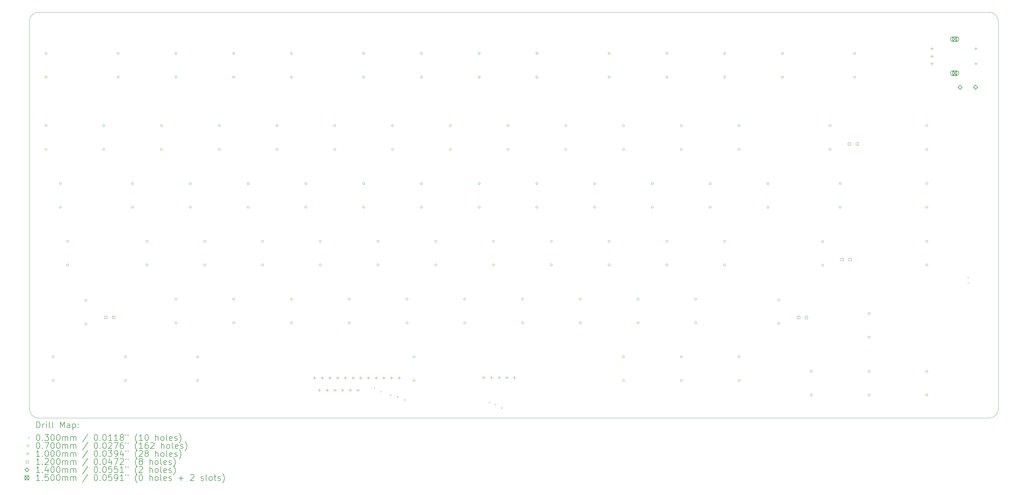
<source format=gbr>
%TF.GenerationSoftware,KiCad,Pcbnew,7.0.1*%
%TF.CreationDate,2023-04-16T01:49:00-07:00*%
%TF.ProjectId,_autosave-keyboard,5f617574-6f73-4617-9665-2d6b6579626f,rev?*%
%TF.SameCoordinates,Original*%
%TF.FileFunction,Drillmap*%
%TF.FilePolarity,Positive*%
%FSLAX45Y45*%
G04 Gerber Fmt 4.5, Leading zero omitted, Abs format (unit mm)*
G04 Created by KiCad (PCBNEW 7.0.1) date 2023-04-16 01:49:00*
%MOMM*%
%LPD*%
G01*
G04 APERTURE LIST*
%ADD10C,0.200000*%
%ADD11C,0.050000*%
%ADD12C,0.030000*%
%ADD13C,0.070000*%
%ADD14C,0.100000*%
%ADD15C,0.120000*%
%ADD16C,0.140000*%
%ADD17C,0.150000*%
G04 APERTURE END LIST*
D10*
X45969500Y-14348250D02*
G75*
G03*
X45969500Y-14348250I0J0D01*
G01*
D11*
X45969500Y-14655250D02*
X45969500Y-27430750D01*
D10*
X14013250Y-14348250D02*
G75*
G03*
X14013250Y-14348250I0J0D01*
G01*
D11*
X45669500Y-27730750D02*
G75*
G03*
X45969500Y-27430750I0J300000D01*
G01*
X45669500Y-27730750D02*
X14313250Y-27730750D01*
X45969500Y-14655250D02*
G75*
G03*
X45669500Y-14355250I-300000J0D01*
G01*
X14013250Y-27430750D02*
G75*
G03*
X14313250Y-27730750I300000J0D01*
G01*
D10*
X45969500Y-27730750D02*
G75*
G03*
X45969500Y-27730750I0J0D01*
G01*
D11*
X14313250Y-14355250D02*
X45669500Y-14355250D01*
X14313250Y-14355250D02*
G75*
G03*
X14013250Y-14655250I0J-300000D01*
G01*
X14013250Y-27430750D02*
X14013250Y-14655250D01*
D10*
X14013250Y-27730750D02*
G75*
G03*
X14013250Y-27730750I0J0D01*
G01*
D12*
X25376000Y-26727000D02*
X25406000Y-26757000D01*
X25406000Y-26727000D02*
X25376000Y-26757000D01*
X25594000Y-26841000D02*
X25624000Y-26871000D01*
X25624000Y-26841000D02*
X25594000Y-26871000D01*
X25906000Y-26957000D02*
X25936000Y-26987000D01*
X25936000Y-26957000D02*
X25906000Y-26987000D01*
X26137000Y-27017000D02*
X26167000Y-27047000D01*
X26167000Y-27017000D02*
X26137000Y-27047000D01*
X26373000Y-27118000D02*
X26403000Y-27148000D01*
X26403000Y-27118000D02*
X26373000Y-27148000D01*
X29167000Y-27196000D02*
X29197000Y-27226000D01*
X29197000Y-27196000D02*
X29167000Y-27226000D01*
X29367000Y-27266000D02*
X29397000Y-27296000D01*
X29397000Y-27266000D02*
X29367000Y-27296000D01*
X29575000Y-27381000D02*
X29605000Y-27411000D01*
X29605000Y-27381000D02*
X29575000Y-27411000D01*
X44953000Y-23080000D02*
X44983000Y-23110000D01*
X44983000Y-23080000D02*
X44953000Y-23110000D01*
X44958466Y-23254952D02*
X44988466Y-23284952D01*
X44988466Y-23254952D02*
X44958466Y-23284952D01*
D13*
X14592750Y-15713250D02*
G75*
G03*
X14592750Y-15713250I-35000J0D01*
G01*
X14592750Y-16493250D02*
G75*
G03*
X14592750Y-16493250I-35000J0D01*
G01*
X14592750Y-18094500D02*
G75*
G03*
X14592750Y-18094500I-35000J0D01*
G01*
X14592750Y-18874500D02*
G75*
G03*
X14592750Y-18874500I-35000J0D01*
G01*
X14830875Y-25714500D02*
G75*
G03*
X14830875Y-25714500I-35000J0D01*
G01*
X14830875Y-26494500D02*
G75*
G03*
X14830875Y-26494500I-35000J0D01*
G01*
X15069000Y-19999500D02*
G75*
G03*
X15069000Y-19999500I-35000J0D01*
G01*
X15069000Y-20779500D02*
G75*
G03*
X15069000Y-20779500I-35000J0D01*
G01*
X15307125Y-21904500D02*
G75*
G03*
X15307125Y-21904500I-35000J0D01*
G01*
X15307125Y-22684500D02*
G75*
G03*
X15307125Y-22684500I-35000J0D01*
G01*
X15906000Y-23852000D02*
G75*
G03*
X15906000Y-23852000I-35000J0D01*
G01*
X15906000Y-24632000D02*
G75*
G03*
X15906000Y-24632000I-35000J0D01*
G01*
X16497750Y-18094500D02*
G75*
G03*
X16497750Y-18094500I-35000J0D01*
G01*
X16497750Y-18874500D02*
G75*
G03*
X16497750Y-18874500I-35000J0D01*
G01*
X16974000Y-15713250D02*
G75*
G03*
X16974000Y-15713250I-35000J0D01*
G01*
X16974000Y-16493250D02*
G75*
G03*
X16974000Y-16493250I-35000J0D01*
G01*
X17212125Y-25714500D02*
G75*
G03*
X17212125Y-25714500I-35000J0D01*
G01*
X17212125Y-26494500D02*
G75*
G03*
X17212125Y-26494500I-35000J0D01*
G01*
X17450250Y-19999500D02*
G75*
G03*
X17450250Y-19999500I-35000J0D01*
G01*
X17450250Y-20779500D02*
G75*
G03*
X17450250Y-20779500I-35000J0D01*
G01*
X17926500Y-21904500D02*
G75*
G03*
X17926500Y-21904500I-35000J0D01*
G01*
X17926500Y-22684500D02*
G75*
G03*
X17926500Y-22684500I-35000J0D01*
G01*
X18402750Y-18094500D02*
G75*
G03*
X18402750Y-18094500I-35000J0D01*
G01*
X18402750Y-18874500D02*
G75*
G03*
X18402750Y-18874500I-35000J0D01*
G01*
X18879000Y-15713250D02*
G75*
G03*
X18879000Y-15713250I-35000J0D01*
G01*
X18879000Y-16493250D02*
G75*
G03*
X18879000Y-16493250I-35000J0D01*
G01*
X18879000Y-23809500D02*
G75*
G03*
X18879000Y-23809500I-35000J0D01*
G01*
X18879000Y-24589500D02*
G75*
G03*
X18879000Y-24589500I-35000J0D01*
G01*
X19355250Y-19999500D02*
G75*
G03*
X19355250Y-19999500I-35000J0D01*
G01*
X19355250Y-20779500D02*
G75*
G03*
X19355250Y-20779500I-35000J0D01*
G01*
X19593375Y-25714500D02*
G75*
G03*
X19593375Y-25714500I-35000J0D01*
G01*
X19593375Y-26494500D02*
G75*
G03*
X19593375Y-26494500I-35000J0D01*
G01*
X19831500Y-21904500D02*
G75*
G03*
X19831500Y-21904500I-35000J0D01*
G01*
X19831500Y-22684500D02*
G75*
G03*
X19831500Y-22684500I-35000J0D01*
G01*
X20307750Y-18094500D02*
G75*
G03*
X20307750Y-18094500I-35000J0D01*
G01*
X20307750Y-18874500D02*
G75*
G03*
X20307750Y-18874500I-35000J0D01*
G01*
X20784000Y-15713250D02*
G75*
G03*
X20784000Y-15713250I-35000J0D01*
G01*
X20784000Y-16493250D02*
G75*
G03*
X20784000Y-16493250I-35000J0D01*
G01*
X20784000Y-23809500D02*
G75*
G03*
X20784000Y-23809500I-35000J0D01*
G01*
X20784000Y-24589500D02*
G75*
G03*
X20784000Y-24589500I-35000J0D01*
G01*
X21260250Y-19999500D02*
G75*
G03*
X21260250Y-19999500I-35000J0D01*
G01*
X21260250Y-20779500D02*
G75*
G03*
X21260250Y-20779500I-35000J0D01*
G01*
X21736500Y-21904500D02*
G75*
G03*
X21736500Y-21904500I-35000J0D01*
G01*
X21736500Y-22684500D02*
G75*
G03*
X21736500Y-22684500I-35000J0D01*
G01*
X22212750Y-18094500D02*
G75*
G03*
X22212750Y-18094500I-35000J0D01*
G01*
X22212750Y-18874500D02*
G75*
G03*
X22212750Y-18874500I-35000J0D01*
G01*
X22689000Y-15713250D02*
G75*
G03*
X22689000Y-15713250I-35000J0D01*
G01*
X22689000Y-16493250D02*
G75*
G03*
X22689000Y-16493250I-35000J0D01*
G01*
X22689000Y-23809500D02*
G75*
G03*
X22689000Y-23809500I-35000J0D01*
G01*
X22689000Y-24589500D02*
G75*
G03*
X22689000Y-24589500I-35000J0D01*
G01*
X23165250Y-19999500D02*
G75*
G03*
X23165250Y-19999500I-35000J0D01*
G01*
X23165250Y-20779500D02*
G75*
G03*
X23165250Y-20779500I-35000J0D01*
G01*
X23641500Y-21904500D02*
G75*
G03*
X23641500Y-21904500I-35000J0D01*
G01*
X23641500Y-22684500D02*
G75*
G03*
X23641500Y-22684500I-35000J0D01*
G01*
X24117750Y-18094500D02*
G75*
G03*
X24117750Y-18094500I-35000J0D01*
G01*
X24117750Y-18874500D02*
G75*
G03*
X24117750Y-18874500I-35000J0D01*
G01*
X24594000Y-23809500D02*
G75*
G03*
X24594000Y-23809500I-35000J0D01*
G01*
X24594000Y-24589500D02*
G75*
G03*
X24594000Y-24589500I-35000J0D01*
G01*
X25070250Y-15713250D02*
G75*
G03*
X25070250Y-15713250I-35000J0D01*
G01*
X25070250Y-16493250D02*
G75*
G03*
X25070250Y-16493250I-35000J0D01*
G01*
X25070250Y-19999500D02*
G75*
G03*
X25070250Y-19999500I-35000J0D01*
G01*
X25070250Y-20779500D02*
G75*
G03*
X25070250Y-20779500I-35000J0D01*
G01*
X25546500Y-21904500D02*
G75*
G03*
X25546500Y-21904500I-35000J0D01*
G01*
X25546500Y-22684500D02*
G75*
G03*
X25546500Y-22684500I-35000J0D01*
G01*
X26022750Y-18094500D02*
G75*
G03*
X26022750Y-18094500I-35000J0D01*
G01*
X26022750Y-18874500D02*
G75*
G03*
X26022750Y-18874500I-35000J0D01*
G01*
X26499000Y-23809500D02*
G75*
G03*
X26499000Y-23809500I-35000J0D01*
G01*
X26499000Y-24589500D02*
G75*
G03*
X26499000Y-24589500I-35000J0D01*
G01*
X26734000Y-25718500D02*
G75*
G03*
X26734000Y-25718500I-35000J0D01*
G01*
X26734000Y-26498500D02*
G75*
G03*
X26734000Y-26498500I-35000J0D01*
G01*
X26975250Y-15713250D02*
G75*
G03*
X26975250Y-15713250I-35000J0D01*
G01*
X26975250Y-16493250D02*
G75*
G03*
X26975250Y-16493250I-35000J0D01*
G01*
X26975250Y-19999500D02*
G75*
G03*
X26975250Y-19999500I-35000J0D01*
G01*
X26975250Y-20779500D02*
G75*
G03*
X26975250Y-20779500I-35000J0D01*
G01*
X27451500Y-21904500D02*
G75*
G03*
X27451500Y-21904500I-35000J0D01*
G01*
X27451500Y-22684500D02*
G75*
G03*
X27451500Y-22684500I-35000J0D01*
G01*
X27927750Y-18094500D02*
G75*
G03*
X27927750Y-18094500I-35000J0D01*
G01*
X27927750Y-18874500D02*
G75*
G03*
X27927750Y-18874500I-35000J0D01*
G01*
X28404000Y-23809500D02*
G75*
G03*
X28404000Y-23809500I-35000J0D01*
G01*
X28404000Y-24589500D02*
G75*
G03*
X28404000Y-24589500I-35000J0D01*
G01*
X28880250Y-15713250D02*
G75*
G03*
X28880250Y-15713250I-35000J0D01*
G01*
X28880250Y-16493250D02*
G75*
G03*
X28880250Y-16493250I-35000J0D01*
G01*
X28880250Y-19999500D02*
G75*
G03*
X28880250Y-19999500I-35000J0D01*
G01*
X28880250Y-20779500D02*
G75*
G03*
X28880250Y-20779500I-35000J0D01*
G01*
X29356500Y-21904500D02*
G75*
G03*
X29356500Y-21904500I-35000J0D01*
G01*
X29356500Y-22684500D02*
G75*
G03*
X29356500Y-22684500I-35000J0D01*
G01*
X29832750Y-18094500D02*
G75*
G03*
X29832750Y-18094500I-35000J0D01*
G01*
X29832750Y-18874500D02*
G75*
G03*
X29832750Y-18874500I-35000J0D01*
G01*
X30309000Y-23809500D02*
G75*
G03*
X30309000Y-23809500I-35000J0D01*
G01*
X30309000Y-24589500D02*
G75*
G03*
X30309000Y-24589500I-35000J0D01*
G01*
X30785250Y-15713250D02*
G75*
G03*
X30785250Y-15713250I-35000J0D01*
G01*
X30785250Y-16493250D02*
G75*
G03*
X30785250Y-16493250I-35000J0D01*
G01*
X30785250Y-19999500D02*
G75*
G03*
X30785250Y-19999500I-35000J0D01*
G01*
X30785250Y-20779500D02*
G75*
G03*
X30785250Y-20779500I-35000J0D01*
G01*
X31261500Y-21904500D02*
G75*
G03*
X31261500Y-21904500I-35000J0D01*
G01*
X31261500Y-22684500D02*
G75*
G03*
X31261500Y-22684500I-35000J0D01*
G01*
X31737750Y-18094500D02*
G75*
G03*
X31737750Y-18094500I-35000J0D01*
G01*
X31737750Y-18874500D02*
G75*
G03*
X31737750Y-18874500I-35000J0D01*
G01*
X32214000Y-23809500D02*
G75*
G03*
X32214000Y-23809500I-35000J0D01*
G01*
X32214000Y-24589500D02*
G75*
G03*
X32214000Y-24589500I-35000J0D01*
G01*
X32690250Y-19999500D02*
G75*
G03*
X32690250Y-19999500I-35000J0D01*
G01*
X32690250Y-20779500D02*
G75*
G03*
X32690250Y-20779500I-35000J0D01*
G01*
X33166500Y-15713250D02*
G75*
G03*
X33166500Y-15713250I-35000J0D01*
G01*
X33166500Y-16493250D02*
G75*
G03*
X33166500Y-16493250I-35000J0D01*
G01*
X33166500Y-21904500D02*
G75*
G03*
X33166500Y-21904500I-35000J0D01*
G01*
X33166500Y-22684500D02*
G75*
G03*
X33166500Y-22684500I-35000J0D01*
G01*
X33642750Y-18094500D02*
G75*
G03*
X33642750Y-18094500I-35000J0D01*
G01*
X33642750Y-18874500D02*
G75*
G03*
X33642750Y-18874500I-35000J0D01*
G01*
X33642750Y-25714500D02*
G75*
G03*
X33642750Y-25714500I-35000J0D01*
G01*
X33642750Y-26494500D02*
G75*
G03*
X33642750Y-26494500I-35000J0D01*
G01*
X34119000Y-23809500D02*
G75*
G03*
X34119000Y-23809500I-35000J0D01*
G01*
X34119000Y-24589500D02*
G75*
G03*
X34119000Y-24589500I-35000J0D01*
G01*
X34595250Y-19999500D02*
G75*
G03*
X34595250Y-19999500I-35000J0D01*
G01*
X34595250Y-20779500D02*
G75*
G03*
X34595250Y-20779500I-35000J0D01*
G01*
X35071500Y-15713250D02*
G75*
G03*
X35071500Y-15713250I-35000J0D01*
G01*
X35071500Y-16493250D02*
G75*
G03*
X35071500Y-16493250I-35000J0D01*
G01*
X35071500Y-21904500D02*
G75*
G03*
X35071500Y-21904500I-35000J0D01*
G01*
X35071500Y-22684500D02*
G75*
G03*
X35071500Y-22684500I-35000J0D01*
G01*
X35547750Y-18094500D02*
G75*
G03*
X35547750Y-18094500I-35000J0D01*
G01*
X35547750Y-18874500D02*
G75*
G03*
X35547750Y-18874500I-35000J0D01*
G01*
X35547750Y-25714500D02*
G75*
G03*
X35547750Y-25714500I-35000J0D01*
G01*
X35547750Y-26494500D02*
G75*
G03*
X35547750Y-26494500I-35000J0D01*
G01*
X36024000Y-23809500D02*
G75*
G03*
X36024000Y-23809500I-35000J0D01*
G01*
X36024000Y-24589500D02*
G75*
G03*
X36024000Y-24589500I-35000J0D01*
G01*
X36500250Y-19999500D02*
G75*
G03*
X36500250Y-19999500I-35000J0D01*
G01*
X36500250Y-20779500D02*
G75*
G03*
X36500250Y-20779500I-35000J0D01*
G01*
X36976500Y-15713250D02*
G75*
G03*
X36976500Y-15713250I-35000J0D01*
G01*
X36976500Y-16493250D02*
G75*
G03*
X36976500Y-16493250I-35000J0D01*
G01*
X36976500Y-21904500D02*
G75*
G03*
X36976500Y-21904500I-35000J0D01*
G01*
X36976500Y-22684500D02*
G75*
G03*
X36976500Y-22684500I-35000J0D01*
G01*
X37452750Y-18094500D02*
G75*
G03*
X37452750Y-18094500I-35000J0D01*
G01*
X37452750Y-18874500D02*
G75*
G03*
X37452750Y-18874500I-35000J0D01*
G01*
X37452750Y-25714500D02*
G75*
G03*
X37452750Y-25714500I-35000J0D01*
G01*
X37452750Y-26494500D02*
G75*
G03*
X37452750Y-26494500I-35000J0D01*
G01*
X38405250Y-19999500D02*
G75*
G03*
X38405250Y-19999500I-35000J0D01*
G01*
X38405250Y-20779500D02*
G75*
G03*
X38405250Y-20779500I-35000J0D01*
G01*
X38764000Y-23836000D02*
G75*
G03*
X38764000Y-23836000I-35000J0D01*
G01*
X38764000Y-24616000D02*
G75*
G03*
X38764000Y-24616000I-35000J0D01*
G01*
X38881500Y-15713250D02*
G75*
G03*
X38881500Y-15713250I-35000J0D01*
G01*
X38881500Y-16493250D02*
G75*
G03*
X38881500Y-16493250I-35000J0D01*
G01*
X39834000Y-26190750D02*
G75*
G03*
X39834000Y-26190750I-35000J0D01*
G01*
X39834000Y-26970750D02*
G75*
G03*
X39834000Y-26970750I-35000J0D01*
G01*
X40209000Y-21913000D02*
G75*
G03*
X40209000Y-21913000I-35000J0D01*
G01*
X40209000Y-22693000D02*
G75*
G03*
X40209000Y-22693000I-35000J0D01*
G01*
X40455000Y-18097000D02*
G75*
G03*
X40455000Y-18097000I-35000J0D01*
G01*
X40455000Y-18877000D02*
G75*
G03*
X40455000Y-18877000I-35000J0D01*
G01*
X40786500Y-19999500D02*
G75*
G03*
X40786500Y-19999500I-35000J0D01*
G01*
X40786500Y-20779500D02*
G75*
G03*
X40786500Y-20779500I-35000J0D01*
G01*
X41262750Y-15713250D02*
G75*
G03*
X41262750Y-15713250I-35000J0D01*
G01*
X41262750Y-16493250D02*
G75*
G03*
X41262750Y-16493250I-35000J0D01*
G01*
X41739000Y-24285750D02*
G75*
G03*
X41739000Y-24285750I-35000J0D01*
G01*
X41739000Y-25065750D02*
G75*
G03*
X41739000Y-25065750I-35000J0D01*
G01*
X41739000Y-26190750D02*
G75*
G03*
X41739000Y-26190750I-35000J0D01*
G01*
X41739000Y-26970750D02*
G75*
G03*
X41739000Y-26970750I-35000J0D01*
G01*
X43644000Y-18094500D02*
G75*
G03*
X43644000Y-18094500I-35000J0D01*
G01*
X43644000Y-18874500D02*
G75*
G03*
X43644000Y-18874500I-35000J0D01*
G01*
X43644000Y-19999500D02*
G75*
G03*
X43644000Y-19999500I-35000J0D01*
G01*
X43644000Y-20779500D02*
G75*
G03*
X43644000Y-20779500I-35000J0D01*
G01*
X43644000Y-21904500D02*
G75*
G03*
X43644000Y-21904500I-35000J0D01*
G01*
X43644000Y-22684500D02*
G75*
G03*
X43644000Y-22684500I-35000J0D01*
G01*
X43644000Y-26190750D02*
G75*
G03*
X43644000Y-26190750I-35000J0D01*
G01*
X43644000Y-26970750D02*
G75*
G03*
X43644000Y-26970750I-35000J0D01*
G01*
D14*
X23414000Y-26360000D02*
X23414000Y-26460000D01*
X23364000Y-26410000D02*
X23464000Y-26410000D01*
X23575000Y-26761000D02*
X23575000Y-26861000D01*
X23525000Y-26811000D02*
X23625000Y-26811000D01*
X23668000Y-26360000D02*
X23668000Y-26460000D01*
X23618000Y-26410000D02*
X23718000Y-26410000D01*
X23829000Y-26761000D02*
X23829000Y-26861000D01*
X23779000Y-26811000D02*
X23879000Y-26811000D01*
X23922000Y-26360000D02*
X23922000Y-26460000D01*
X23872000Y-26410000D02*
X23972000Y-26410000D01*
X24083000Y-26761000D02*
X24083000Y-26861000D01*
X24033000Y-26811000D02*
X24133000Y-26811000D01*
X24176000Y-26360000D02*
X24176000Y-26460000D01*
X24126000Y-26410000D02*
X24226000Y-26410000D01*
X24337000Y-26761000D02*
X24337000Y-26861000D01*
X24287000Y-26811000D02*
X24387000Y-26811000D01*
X24430000Y-26360000D02*
X24430000Y-26460000D01*
X24380000Y-26410000D02*
X24480000Y-26410000D01*
X24591000Y-26761000D02*
X24591000Y-26861000D01*
X24541000Y-26811000D02*
X24641000Y-26811000D01*
X24684000Y-26360000D02*
X24684000Y-26460000D01*
X24634000Y-26410000D02*
X24734000Y-26410000D01*
X24845000Y-26761000D02*
X24845000Y-26861000D01*
X24795000Y-26811000D02*
X24895000Y-26811000D01*
X24938000Y-26360000D02*
X24938000Y-26460000D01*
X24888000Y-26410000D02*
X24988000Y-26410000D01*
X25192000Y-26360000D02*
X25192000Y-26460000D01*
X25142000Y-26410000D02*
X25242000Y-26410000D01*
X25446000Y-26360000D02*
X25446000Y-26460000D01*
X25396000Y-26410000D02*
X25496000Y-26410000D01*
X25700000Y-26360000D02*
X25700000Y-26460000D01*
X25650000Y-26410000D02*
X25750000Y-26410000D01*
X25954000Y-26360000D02*
X25954000Y-26460000D01*
X25904000Y-26410000D02*
X26004000Y-26410000D01*
X26208000Y-26360000D02*
X26208000Y-26460000D01*
X26158000Y-26410000D02*
X26258000Y-26410000D01*
X28993000Y-26346000D02*
X28993000Y-26446000D01*
X28943000Y-26396000D02*
X29043000Y-26396000D01*
X29247000Y-26346000D02*
X29247000Y-26446000D01*
X29197000Y-26396000D02*
X29297000Y-26396000D01*
X29501000Y-26346000D02*
X29501000Y-26446000D01*
X29451000Y-26396000D02*
X29551000Y-26396000D01*
X29755000Y-26346000D02*
X29755000Y-26446000D01*
X29705000Y-26396000D02*
X29805000Y-26396000D01*
X30009000Y-26346000D02*
X30009000Y-26446000D01*
X29959000Y-26396000D02*
X30059000Y-26396000D01*
X43778000Y-15505000D02*
X43778000Y-15605000D01*
X43728000Y-15555000D02*
X43828000Y-15555000D01*
X43778000Y-15755000D02*
X43778000Y-15855000D01*
X43728000Y-15805000D02*
X43828000Y-15805000D01*
X43778000Y-16005000D02*
X43778000Y-16105000D01*
X43728000Y-16055000D02*
X43828000Y-16055000D01*
X45228000Y-15505000D02*
X45228000Y-15605000D01*
X45178000Y-15555000D02*
X45278000Y-15555000D01*
X45228000Y-16005000D02*
X45228000Y-16105000D01*
X45178000Y-16055000D02*
X45278000Y-16055000D01*
D15*
X16569262Y-24449967D02*
X16569262Y-24365113D01*
X16484408Y-24365113D01*
X16484408Y-24449967D01*
X16569262Y-24449967D01*
X16825802Y-24449967D02*
X16825802Y-24365113D01*
X16740948Y-24365113D01*
X16740948Y-24449967D01*
X16825802Y-24449967D01*
X39423917Y-24455787D02*
X39423917Y-24370933D01*
X39339063Y-24370933D01*
X39339063Y-24455787D01*
X39423917Y-24455787D01*
X39680457Y-24455787D02*
X39680457Y-24370933D01*
X39595603Y-24370933D01*
X39595603Y-24455787D01*
X39680457Y-24455787D01*
X40858012Y-22544967D02*
X40858012Y-22460113D01*
X40773158Y-22460113D01*
X40773158Y-22544967D01*
X40858012Y-22544967D01*
X41096137Y-18734967D02*
X41096137Y-18650113D01*
X41011283Y-18650113D01*
X41011283Y-18734967D01*
X41096137Y-18734967D01*
X41114552Y-22544967D02*
X41114552Y-22460113D01*
X41029698Y-22460113D01*
X41029698Y-22544967D01*
X41114552Y-22544967D01*
X41352677Y-18734967D02*
X41352677Y-18650113D01*
X41267823Y-18650113D01*
X41267823Y-18734967D01*
X41352677Y-18734967D01*
D16*
X44706000Y-16898000D02*
X44776000Y-16828000D01*
X44706000Y-16758000D01*
X44636000Y-16828000D01*
X44706000Y-16898000D01*
X45214000Y-16898000D02*
X45284000Y-16828000D01*
X45214000Y-16758000D01*
X45144000Y-16828000D01*
X45214000Y-16898000D01*
D17*
X44453000Y-15170000D02*
X44603000Y-15320000D01*
X44603000Y-15170000D02*
X44453000Y-15320000D01*
X44603000Y-15245000D02*
G75*
G03*
X44603000Y-15245000I-75000J0D01*
G01*
D10*
X44463000Y-15320000D02*
X44593000Y-15320000D01*
X44593000Y-15320000D02*
G75*
G03*
X44593000Y-15170000I0J75000D01*
G01*
X44593000Y-15170000D02*
X44463000Y-15170000D01*
X44463000Y-15170000D02*
G75*
G03*
X44463000Y-15320000I0J-75000D01*
G01*
D17*
X44453000Y-16290000D02*
X44603000Y-16440000D01*
X44603000Y-16290000D02*
X44453000Y-16440000D01*
X44603000Y-16365000D02*
G75*
G03*
X44603000Y-16365000I-75000J0D01*
G01*
D10*
X44463000Y-16440000D02*
X44593000Y-16440000D01*
X44593000Y-16440000D02*
G75*
G03*
X44593000Y-16290000I0J75000D01*
G01*
X44593000Y-16290000D02*
X44463000Y-16290000D01*
X44463000Y-16290000D02*
G75*
G03*
X44463000Y-16440000I0J-75000D01*
G01*
X14250869Y-28053274D02*
X14250869Y-27853274D01*
X14250869Y-27853274D02*
X14298488Y-27853274D01*
X14298488Y-27853274D02*
X14327059Y-27862798D01*
X14327059Y-27862798D02*
X14346107Y-27881845D01*
X14346107Y-27881845D02*
X14355631Y-27900893D01*
X14355631Y-27900893D02*
X14365155Y-27938988D01*
X14365155Y-27938988D02*
X14365155Y-27967560D01*
X14365155Y-27967560D02*
X14355631Y-28005655D01*
X14355631Y-28005655D02*
X14346107Y-28024702D01*
X14346107Y-28024702D02*
X14327059Y-28043750D01*
X14327059Y-28043750D02*
X14298488Y-28053274D01*
X14298488Y-28053274D02*
X14250869Y-28053274D01*
X14450869Y-28053274D02*
X14450869Y-27919940D01*
X14450869Y-27958036D02*
X14460393Y-27938988D01*
X14460393Y-27938988D02*
X14469916Y-27929464D01*
X14469916Y-27929464D02*
X14488964Y-27919940D01*
X14488964Y-27919940D02*
X14508012Y-27919940D01*
X14574678Y-28053274D02*
X14574678Y-27919940D01*
X14574678Y-27853274D02*
X14565155Y-27862798D01*
X14565155Y-27862798D02*
X14574678Y-27872321D01*
X14574678Y-27872321D02*
X14584202Y-27862798D01*
X14584202Y-27862798D02*
X14574678Y-27853274D01*
X14574678Y-27853274D02*
X14574678Y-27872321D01*
X14698488Y-28053274D02*
X14679440Y-28043750D01*
X14679440Y-28043750D02*
X14669916Y-28024702D01*
X14669916Y-28024702D02*
X14669916Y-27853274D01*
X14803250Y-28053274D02*
X14784202Y-28043750D01*
X14784202Y-28043750D02*
X14774678Y-28024702D01*
X14774678Y-28024702D02*
X14774678Y-27853274D01*
X15031821Y-28053274D02*
X15031821Y-27853274D01*
X15031821Y-27853274D02*
X15098488Y-27996131D01*
X15098488Y-27996131D02*
X15165155Y-27853274D01*
X15165155Y-27853274D02*
X15165155Y-28053274D01*
X15346107Y-28053274D02*
X15346107Y-27948512D01*
X15346107Y-27948512D02*
X15336583Y-27929464D01*
X15336583Y-27929464D02*
X15317536Y-27919940D01*
X15317536Y-27919940D02*
X15279440Y-27919940D01*
X15279440Y-27919940D02*
X15260393Y-27929464D01*
X15346107Y-28043750D02*
X15327059Y-28053274D01*
X15327059Y-28053274D02*
X15279440Y-28053274D01*
X15279440Y-28053274D02*
X15260393Y-28043750D01*
X15260393Y-28043750D02*
X15250869Y-28024702D01*
X15250869Y-28024702D02*
X15250869Y-28005655D01*
X15250869Y-28005655D02*
X15260393Y-27986607D01*
X15260393Y-27986607D02*
X15279440Y-27977083D01*
X15279440Y-27977083D02*
X15327059Y-27977083D01*
X15327059Y-27977083D02*
X15346107Y-27967560D01*
X15441345Y-27919940D02*
X15441345Y-28119940D01*
X15441345Y-27929464D02*
X15460393Y-27919940D01*
X15460393Y-27919940D02*
X15498488Y-27919940D01*
X15498488Y-27919940D02*
X15517536Y-27929464D01*
X15517536Y-27929464D02*
X15527059Y-27938988D01*
X15527059Y-27938988D02*
X15536583Y-27958036D01*
X15536583Y-27958036D02*
X15536583Y-28015179D01*
X15536583Y-28015179D02*
X15527059Y-28034226D01*
X15527059Y-28034226D02*
X15517536Y-28043750D01*
X15517536Y-28043750D02*
X15498488Y-28053274D01*
X15498488Y-28053274D02*
X15460393Y-28053274D01*
X15460393Y-28053274D02*
X15441345Y-28043750D01*
X15622297Y-28034226D02*
X15631821Y-28043750D01*
X15631821Y-28043750D02*
X15622297Y-28053274D01*
X15622297Y-28053274D02*
X15612774Y-28043750D01*
X15612774Y-28043750D02*
X15622297Y-28034226D01*
X15622297Y-28034226D02*
X15622297Y-28053274D01*
X15622297Y-27929464D02*
X15631821Y-27938988D01*
X15631821Y-27938988D02*
X15622297Y-27948512D01*
X15622297Y-27948512D02*
X15612774Y-27938988D01*
X15612774Y-27938988D02*
X15622297Y-27929464D01*
X15622297Y-27929464D02*
X15622297Y-27948512D01*
D12*
X13973250Y-28365750D02*
X14003250Y-28395750D01*
X14003250Y-28365750D02*
X13973250Y-28395750D01*
D10*
X14288964Y-28273274D02*
X14308012Y-28273274D01*
X14308012Y-28273274D02*
X14327059Y-28282798D01*
X14327059Y-28282798D02*
X14336583Y-28292321D01*
X14336583Y-28292321D02*
X14346107Y-28311369D01*
X14346107Y-28311369D02*
X14355631Y-28349464D01*
X14355631Y-28349464D02*
X14355631Y-28397083D01*
X14355631Y-28397083D02*
X14346107Y-28435179D01*
X14346107Y-28435179D02*
X14336583Y-28454226D01*
X14336583Y-28454226D02*
X14327059Y-28463750D01*
X14327059Y-28463750D02*
X14308012Y-28473274D01*
X14308012Y-28473274D02*
X14288964Y-28473274D01*
X14288964Y-28473274D02*
X14269916Y-28463750D01*
X14269916Y-28463750D02*
X14260393Y-28454226D01*
X14260393Y-28454226D02*
X14250869Y-28435179D01*
X14250869Y-28435179D02*
X14241345Y-28397083D01*
X14241345Y-28397083D02*
X14241345Y-28349464D01*
X14241345Y-28349464D02*
X14250869Y-28311369D01*
X14250869Y-28311369D02*
X14260393Y-28292321D01*
X14260393Y-28292321D02*
X14269916Y-28282798D01*
X14269916Y-28282798D02*
X14288964Y-28273274D01*
X14441345Y-28454226D02*
X14450869Y-28463750D01*
X14450869Y-28463750D02*
X14441345Y-28473274D01*
X14441345Y-28473274D02*
X14431821Y-28463750D01*
X14431821Y-28463750D02*
X14441345Y-28454226D01*
X14441345Y-28454226D02*
X14441345Y-28473274D01*
X14517536Y-28273274D02*
X14641345Y-28273274D01*
X14641345Y-28273274D02*
X14574678Y-28349464D01*
X14574678Y-28349464D02*
X14603250Y-28349464D01*
X14603250Y-28349464D02*
X14622297Y-28358988D01*
X14622297Y-28358988D02*
X14631821Y-28368512D01*
X14631821Y-28368512D02*
X14641345Y-28387560D01*
X14641345Y-28387560D02*
X14641345Y-28435179D01*
X14641345Y-28435179D02*
X14631821Y-28454226D01*
X14631821Y-28454226D02*
X14622297Y-28463750D01*
X14622297Y-28463750D02*
X14603250Y-28473274D01*
X14603250Y-28473274D02*
X14546107Y-28473274D01*
X14546107Y-28473274D02*
X14527059Y-28463750D01*
X14527059Y-28463750D02*
X14517536Y-28454226D01*
X14765155Y-28273274D02*
X14784202Y-28273274D01*
X14784202Y-28273274D02*
X14803250Y-28282798D01*
X14803250Y-28282798D02*
X14812774Y-28292321D01*
X14812774Y-28292321D02*
X14822297Y-28311369D01*
X14822297Y-28311369D02*
X14831821Y-28349464D01*
X14831821Y-28349464D02*
X14831821Y-28397083D01*
X14831821Y-28397083D02*
X14822297Y-28435179D01*
X14822297Y-28435179D02*
X14812774Y-28454226D01*
X14812774Y-28454226D02*
X14803250Y-28463750D01*
X14803250Y-28463750D02*
X14784202Y-28473274D01*
X14784202Y-28473274D02*
X14765155Y-28473274D01*
X14765155Y-28473274D02*
X14746107Y-28463750D01*
X14746107Y-28463750D02*
X14736583Y-28454226D01*
X14736583Y-28454226D02*
X14727059Y-28435179D01*
X14727059Y-28435179D02*
X14717536Y-28397083D01*
X14717536Y-28397083D02*
X14717536Y-28349464D01*
X14717536Y-28349464D02*
X14727059Y-28311369D01*
X14727059Y-28311369D02*
X14736583Y-28292321D01*
X14736583Y-28292321D02*
X14746107Y-28282798D01*
X14746107Y-28282798D02*
X14765155Y-28273274D01*
X14955631Y-28273274D02*
X14974678Y-28273274D01*
X14974678Y-28273274D02*
X14993726Y-28282798D01*
X14993726Y-28282798D02*
X15003250Y-28292321D01*
X15003250Y-28292321D02*
X15012774Y-28311369D01*
X15012774Y-28311369D02*
X15022297Y-28349464D01*
X15022297Y-28349464D02*
X15022297Y-28397083D01*
X15022297Y-28397083D02*
X15012774Y-28435179D01*
X15012774Y-28435179D02*
X15003250Y-28454226D01*
X15003250Y-28454226D02*
X14993726Y-28463750D01*
X14993726Y-28463750D02*
X14974678Y-28473274D01*
X14974678Y-28473274D02*
X14955631Y-28473274D01*
X14955631Y-28473274D02*
X14936583Y-28463750D01*
X14936583Y-28463750D02*
X14927059Y-28454226D01*
X14927059Y-28454226D02*
X14917536Y-28435179D01*
X14917536Y-28435179D02*
X14908012Y-28397083D01*
X14908012Y-28397083D02*
X14908012Y-28349464D01*
X14908012Y-28349464D02*
X14917536Y-28311369D01*
X14917536Y-28311369D02*
X14927059Y-28292321D01*
X14927059Y-28292321D02*
X14936583Y-28282798D01*
X14936583Y-28282798D02*
X14955631Y-28273274D01*
X15108012Y-28473274D02*
X15108012Y-28339940D01*
X15108012Y-28358988D02*
X15117536Y-28349464D01*
X15117536Y-28349464D02*
X15136583Y-28339940D01*
X15136583Y-28339940D02*
X15165155Y-28339940D01*
X15165155Y-28339940D02*
X15184202Y-28349464D01*
X15184202Y-28349464D02*
X15193726Y-28368512D01*
X15193726Y-28368512D02*
X15193726Y-28473274D01*
X15193726Y-28368512D02*
X15203250Y-28349464D01*
X15203250Y-28349464D02*
X15222297Y-28339940D01*
X15222297Y-28339940D02*
X15250869Y-28339940D01*
X15250869Y-28339940D02*
X15269917Y-28349464D01*
X15269917Y-28349464D02*
X15279440Y-28368512D01*
X15279440Y-28368512D02*
X15279440Y-28473274D01*
X15374678Y-28473274D02*
X15374678Y-28339940D01*
X15374678Y-28358988D02*
X15384202Y-28349464D01*
X15384202Y-28349464D02*
X15403250Y-28339940D01*
X15403250Y-28339940D02*
X15431821Y-28339940D01*
X15431821Y-28339940D02*
X15450869Y-28349464D01*
X15450869Y-28349464D02*
X15460393Y-28368512D01*
X15460393Y-28368512D02*
X15460393Y-28473274D01*
X15460393Y-28368512D02*
X15469917Y-28349464D01*
X15469917Y-28349464D02*
X15488964Y-28339940D01*
X15488964Y-28339940D02*
X15517536Y-28339940D01*
X15517536Y-28339940D02*
X15536583Y-28349464D01*
X15536583Y-28349464D02*
X15546107Y-28368512D01*
X15546107Y-28368512D02*
X15546107Y-28473274D01*
X15936583Y-28263750D02*
X15765155Y-28520893D01*
X16193726Y-28273274D02*
X16212774Y-28273274D01*
X16212774Y-28273274D02*
X16231821Y-28282798D01*
X16231821Y-28282798D02*
X16241345Y-28292321D01*
X16241345Y-28292321D02*
X16250869Y-28311369D01*
X16250869Y-28311369D02*
X16260393Y-28349464D01*
X16260393Y-28349464D02*
X16260393Y-28397083D01*
X16260393Y-28397083D02*
X16250869Y-28435179D01*
X16250869Y-28435179D02*
X16241345Y-28454226D01*
X16241345Y-28454226D02*
X16231821Y-28463750D01*
X16231821Y-28463750D02*
X16212774Y-28473274D01*
X16212774Y-28473274D02*
X16193726Y-28473274D01*
X16193726Y-28473274D02*
X16174679Y-28463750D01*
X16174679Y-28463750D02*
X16165155Y-28454226D01*
X16165155Y-28454226D02*
X16155631Y-28435179D01*
X16155631Y-28435179D02*
X16146107Y-28397083D01*
X16146107Y-28397083D02*
X16146107Y-28349464D01*
X16146107Y-28349464D02*
X16155631Y-28311369D01*
X16155631Y-28311369D02*
X16165155Y-28292321D01*
X16165155Y-28292321D02*
X16174679Y-28282798D01*
X16174679Y-28282798D02*
X16193726Y-28273274D01*
X16346107Y-28454226D02*
X16355631Y-28463750D01*
X16355631Y-28463750D02*
X16346107Y-28473274D01*
X16346107Y-28473274D02*
X16336583Y-28463750D01*
X16336583Y-28463750D02*
X16346107Y-28454226D01*
X16346107Y-28454226D02*
X16346107Y-28473274D01*
X16479440Y-28273274D02*
X16498488Y-28273274D01*
X16498488Y-28273274D02*
X16517536Y-28282798D01*
X16517536Y-28282798D02*
X16527060Y-28292321D01*
X16527060Y-28292321D02*
X16536583Y-28311369D01*
X16536583Y-28311369D02*
X16546107Y-28349464D01*
X16546107Y-28349464D02*
X16546107Y-28397083D01*
X16546107Y-28397083D02*
X16536583Y-28435179D01*
X16536583Y-28435179D02*
X16527060Y-28454226D01*
X16527060Y-28454226D02*
X16517536Y-28463750D01*
X16517536Y-28463750D02*
X16498488Y-28473274D01*
X16498488Y-28473274D02*
X16479440Y-28473274D01*
X16479440Y-28473274D02*
X16460393Y-28463750D01*
X16460393Y-28463750D02*
X16450869Y-28454226D01*
X16450869Y-28454226D02*
X16441345Y-28435179D01*
X16441345Y-28435179D02*
X16431821Y-28397083D01*
X16431821Y-28397083D02*
X16431821Y-28349464D01*
X16431821Y-28349464D02*
X16441345Y-28311369D01*
X16441345Y-28311369D02*
X16450869Y-28292321D01*
X16450869Y-28292321D02*
X16460393Y-28282798D01*
X16460393Y-28282798D02*
X16479440Y-28273274D01*
X16736583Y-28473274D02*
X16622298Y-28473274D01*
X16679440Y-28473274D02*
X16679440Y-28273274D01*
X16679440Y-28273274D02*
X16660393Y-28301845D01*
X16660393Y-28301845D02*
X16641345Y-28320893D01*
X16641345Y-28320893D02*
X16622298Y-28330417D01*
X16927060Y-28473274D02*
X16812774Y-28473274D01*
X16869917Y-28473274D02*
X16869917Y-28273274D01*
X16869917Y-28273274D02*
X16850869Y-28301845D01*
X16850869Y-28301845D02*
X16831822Y-28320893D01*
X16831822Y-28320893D02*
X16812774Y-28330417D01*
X17041345Y-28358988D02*
X17022298Y-28349464D01*
X17022298Y-28349464D02*
X17012774Y-28339940D01*
X17012774Y-28339940D02*
X17003250Y-28320893D01*
X17003250Y-28320893D02*
X17003250Y-28311369D01*
X17003250Y-28311369D02*
X17012774Y-28292321D01*
X17012774Y-28292321D02*
X17022298Y-28282798D01*
X17022298Y-28282798D02*
X17041345Y-28273274D01*
X17041345Y-28273274D02*
X17079441Y-28273274D01*
X17079441Y-28273274D02*
X17098488Y-28282798D01*
X17098488Y-28282798D02*
X17108012Y-28292321D01*
X17108012Y-28292321D02*
X17117536Y-28311369D01*
X17117536Y-28311369D02*
X17117536Y-28320893D01*
X17117536Y-28320893D02*
X17108012Y-28339940D01*
X17108012Y-28339940D02*
X17098488Y-28349464D01*
X17098488Y-28349464D02*
X17079441Y-28358988D01*
X17079441Y-28358988D02*
X17041345Y-28358988D01*
X17041345Y-28358988D02*
X17022298Y-28368512D01*
X17022298Y-28368512D02*
X17012774Y-28378036D01*
X17012774Y-28378036D02*
X17003250Y-28397083D01*
X17003250Y-28397083D02*
X17003250Y-28435179D01*
X17003250Y-28435179D02*
X17012774Y-28454226D01*
X17012774Y-28454226D02*
X17022298Y-28463750D01*
X17022298Y-28463750D02*
X17041345Y-28473274D01*
X17041345Y-28473274D02*
X17079441Y-28473274D01*
X17079441Y-28473274D02*
X17098488Y-28463750D01*
X17098488Y-28463750D02*
X17108012Y-28454226D01*
X17108012Y-28454226D02*
X17117536Y-28435179D01*
X17117536Y-28435179D02*
X17117536Y-28397083D01*
X17117536Y-28397083D02*
X17108012Y-28378036D01*
X17108012Y-28378036D02*
X17098488Y-28368512D01*
X17098488Y-28368512D02*
X17079441Y-28358988D01*
X17193726Y-28273274D02*
X17193726Y-28311369D01*
X17269917Y-28273274D02*
X17269917Y-28311369D01*
X17565155Y-28549464D02*
X17555631Y-28539940D01*
X17555631Y-28539940D02*
X17536584Y-28511369D01*
X17536584Y-28511369D02*
X17527060Y-28492321D01*
X17527060Y-28492321D02*
X17517536Y-28463750D01*
X17517536Y-28463750D02*
X17508012Y-28416131D01*
X17508012Y-28416131D02*
X17508012Y-28378036D01*
X17508012Y-28378036D02*
X17517536Y-28330417D01*
X17517536Y-28330417D02*
X17527060Y-28301845D01*
X17527060Y-28301845D02*
X17536584Y-28282798D01*
X17536584Y-28282798D02*
X17555631Y-28254226D01*
X17555631Y-28254226D02*
X17565155Y-28244702D01*
X17746107Y-28473274D02*
X17631822Y-28473274D01*
X17688964Y-28473274D02*
X17688964Y-28273274D01*
X17688964Y-28273274D02*
X17669917Y-28301845D01*
X17669917Y-28301845D02*
X17650869Y-28320893D01*
X17650869Y-28320893D02*
X17631822Y-28330417D01*
X17869917Y-28273274D02*
X17888965Y-28273274D01*
X17888965Y-28273274D02*
X17908012Y-28282798D01*
X17908012Y-28282798D02*
X17917536Y-28292321D01*
X17917536Y-28292321D02*
X17927060Y-28311369D01*
X17927060Y-28311369D02*
X17936584Y-28349464D01*
X17936584Y-28349464D02*
X17936584Y-28397083D01*
X17936584Y-28397083D02*
X17927060Y-28435179D01*
X17927060Y-28435179D02*
X17917536Y-28454226D01*
X17917536Y-28454226D02*
X17908012Y-28463750D01*
X17908012Y-28463750D02*
X17888965Y-28473274D01*
X17888965Y-28473274D02*
X17869917Y-28473274D01*
X17869917Y-28473274D02*
X17850869Y-28463750D01*
X17850869Y-28463750D02*
X17841345Y-28454226D01*
X17841345Y-28454226D02*
X17831822Y-28435179D01*
X17831822Y-28435179D02*
X17822298Y-28397083D01*
X17822298Y-28397083D02*
X17822298Y-28349464D01*
X17822298Y-28349464D02*
X17831822Y-28311369D01*
X17831822Y-28311369D02*
X17841345Y-28292321D01*
X17841345Y-28292321D02*
X17850869Y-28282798D01*
X17850869Y-28282798D02*
X17869917Y-28273274D01*
X18174679Y-28473274D02*
X18174679Y-28273274D01*
X18260393Y-28473274D02*
X18260393Y-28368512D01*
X18260393Y-28368512D02*
X18250869Y-28349464D01*
X18250869Y-28349464D02*
X18231822Y-28339940D01*
X18231822Y-28339940D02*
X18203250Y-28339940D01*
X18203250Y-28339940D02*
X18184203Y-28349464D01*
X18184203Y-28349464D02*
X18174679Y-28358988D01*
X18384203Y-28473274D02*
X18365155Y-28463750D01*
X18365155Y-28463750D02*
X18355631Y-28454226D01*
X18355631Y-28454226D02*
X18346107Y-28435179D01*
X18346107Y-28435179D02*
X18346107Y-28378036D01*
X18346107Y-28378036D02*
X18355631Y-28358988D01*
X18355631Y-28358988D02*
X18365155Y-28349464D01*
X18365155Y-28349464D02*
X18384203Y-28339940D01*
X18384203Y-28339940D02*
X18412774Y-28339940D01*
X18412774Y-28339940D02*
X18431822Y-28349464D01*
X18431822Y-28349464D02*
X18441346Y-28358988D01*
X18441346Y-28358988D02*
X18450869Y-28378036D01*
X18450869Y-28378036D02*
X18450869Y-28435179D01*
X18450869Y-28435179D02*
X18441346Y-28454226D01*
X18441346Y-28454226D02*
X18431822Y-28463750D01*
X18431822Y-28463750D02*
X18412774Y-28473274D01*
X18412774Y-28473274D02*
X18384203Y-28473274D01*
X18565155Y-28473274D02*
X18546107Y-28463750D01*
X18546107Y-28463750D02*
X18536584Y-28444702D01*
X18536584Y-28444702D02*
X18536584Y-28273274D01*
X18717536Y-28463750D02*
X18698488Y-28473274D01*
X18698488Y-28473274D02*
X18660393Y-28473274D01*
X18660393Y-28473274D02*
X18641346Y-28463750D01*
X18641346Y-28463750D02*
X18631822Y-28444702D01*
X18631822Y-28444702D02*
X18631822Y-28368512D01*
X18631822Y-28368512D02*
X18641346Y-28349464D01*
X18641346Y-28349464D02*
X18660393Y-28339940D01*
X18660393Y-28339940D02*
X18698488Y-28339940D01*
X18698488Y-28339940D02*
X18717536Y-28349464D01*
X18717536Y-28349464D02*
X18727060Y-28368512D01*
X18727060Y-28368512D02*
X18727060Y-28387560D01*
X18727060Y-28387560D02*
X18631822Y-28406607D01*
X18803250Y-28463750D02*
X18822298Y-28473274D01*
X18822298Y-28473274D02*
X18860393Y-28473274D01*
X18860393Y-28473274D02*
X18879441Y-28463750D01*
X18879441Y-28463750D02*
X18888965Y-28444702D01*
X18888965Y-28444702D02*
X18888965Y-28435179D01*
X18888965Y-28435179D02*
X18879441Y-28416131D01*
X18879441Y-28416131D02*
X18860393Y-28406607D01*
X18860393Y-28406607D02*
X18831822Y-28406607D01*
X18831822Y-28406607D02*
X18812774Y-28397083D01*
X18812774Y-28397083D02*
X18803250Y-28378036D01*
X18803250Y-28378036D02*
X18803250Y-28368512D01*
X18803250Y-28368512D02*
X18812774Y-28349464D01*
X18812774Y-28349464D02*
X18831822Y-28339940D01*
X18831822Y-28339940D02*
X18860393Y-28339940D01*
X18860393Y-28339940D02*
X18879441Y-28349464D01*
X18955631Y-28549464D02*
X18965155Y-28539940D01*
X18965155Y-28539940D02*
X18984203Y-28511369D01*
X18984203Y-28511369D02*
X18993727Y-28492321D01*
X18993727Y-28492321D02*
X19003250Y-28463750D01*
X19003250Y-28463750D02*
X19012774Y-28416131D01*
X19012774Y-28416131D02*
X19012774Y-28378036D01*
X19012774Y-28378036D02*
X19003250Y-28330417D01*
X19003250Y-28330417D02*
X18993727Y-28301845D01*
X18993727Y-28301845D02*
X18984203Y-28282798D01*
X18984203Y-28282798D02*
X18965155Y-28254226D01*
X18965155Y-28254226D02*
X18955631Y-28244702D01*
D13*
X14003250Y-28644750D02*
G75*
G03*
X14003250Y-28644750I-35000J0D01*
G01*
D10*
X14288964Y-28537274D02*
X14308012Y-28537274D01*
X14308012Y-28537274D02*
X14327059Y-28546798D01*
X14327059Y-28546798D02*
X14336583Y-28556321D01*
X14336583Y-28556321D02*
X14346107Y-28575369D01*
X14346107Y-28575369D02*
X14355631Y-28613464D01*
X14355631Y-28613464D02*
X14355631Y-28661083D01*
X14355631Y-28661083D02*
X14346107Y-28699179D01*
X14346107Y-28699179D02*
X14336583Y-28718226D01*
X14336583Y-28718226D02*
X14327059Y-28727750D01*
X14327059Y-28727750D02*
X14308012Y-28737274D01*
X14308012Y-28737274D02*
X14288964Y-28737274D01*
X14288964Y-28737274D02*
X14269916Y-28727750D01*
X14269916Y-28727750D02*
X14260393Y-28718226D01*
X14260393Y-28718226D02*
X14250869Y-28699179D01*
X14250869Y-28699179D02*
X14241345Y-28661083D01*
X14241345Y-28661083D02*
X14241345Y-28613464D01*
X14241345Y-28613464D02*
X14250869Y-28575369D01*
X14250869Y-28575369D02*
X14260393Y-28556321D01*
X14260393Y-28556321D02*
X14269916Y-28546798D01*
X14269916Y-28546798D02*
X14288964Y-28537274D01*
X14441345Y-28718226D02*
X14450869Y-28727750D01*
X14450869Y-28727750D02*
X14441345Y-28737274D01*
X14441345Y-28737274D02*
X14431821Y-28727750D01*
X14431821Y-28727750D02*
X14441345Y-28718226D01*
X14441345Y-28718226D02*
X14441345Y-28737274D01*
X14517536Y-28537274D02*
X14650869Y-28537274D01*
X14650869Y-28537274D02*
X14565155Y-28737274D01*
X14765155Y-28537274D02*
X14784202Y-28537274D01*
X14784202Y-28537274D02*
X14803250Y-28546798D01*
X14803250Y-28546798D02*
X14812774Y-28556321D01*
X14812774Y-28556321D02*
X14822297Y-28575369D01*
X14822297Y-28575369D02*
X14831821Y-28613464D01*
X14831821Y-28613464D02*
X14831821Y-28661083D01*
X14831821Y-28661083D02*
X14822297Y-28699179D01*
X14822297Y-28699179D02*
X14812774Y-28718226D01*
X14812774Y-28718226D02*
X14803250Y-28727750D01*
X14803250Y-28727750D02*
X14784202Y-28737274D01*
X14784202Y-28737274D02*
X14765155Y-28737274D01*
X14765155Y-28737274D02*
X14746107Y-28727750D01*
X14746107Y-28727750D02*
X14736583Y-28718226D01*
X14736583Y-28718226D02*
X14727059Y-28699179D01*
X14727059Y-28699179D02*
X14717536Y-28661083D01*
X14717536Y-28661083D02*
X14717536Y-28613464D01*
X14717536Y-28613464D02*
X14727059Y-28575369D01*
X14727059Y-28575369D02*
X14736583Y-28556321D01*
X14736583Y-28556321D02*
X14746107Y-28546798D01*
X14746107Y-28546798D02*
X14765155Y-28537274D01*
X14955631Y-28537274D02*
X14974678Y-28537274D01*
X14974678Y-28537274D02*
X14993726Y-28546798D01*
X14993726Y-28546798D02*
X15003250Y-28556321D01*
X15003250Y-28556321D02*
X15012774Y-28575369D01*
X15012774Y-28575369D02*
X15022297Y-28613464D01*
X15022297Y-28613464D02*
X15022297Y-28661083D01*
X15022297Y-28661083D02*
X15012774Y-28699179D01*
X15012774Y-28699179D02*
X15003250Y-28718226D01*
X15003250Y-28718226D02*
X14993726Y-28727750D01*
X14993726Y-28727750D02*
X14974678Y-28737274D01*
X14974678Y-28737274D02*
X14955631Y-28737274D01*
X14955631Y-28737274D02*
X14936583Y-28727750D01*
X14936583Y-28727750D02*
X14927059Y-28718226D01*
X14927059Y-28718226D02*
X14917536Y-28699179D01*
X14917536Y-28699179D02*
X14908012Y-28661083D01*
X14908012Y-28661083D02*
X14908012Y-28613464D01*
X14908012Y-28613464D02*
X14917536Y-28575369D01*
X14917536Y-28575369D02*
X14927059Y-28556321D01*
X14927059Y-28556321D02*
X14936583Y-28546798D01*
X14936583Y-28546798D02*
X14955631Y-28537274D01*
X15108012Y-28737274D02*
X15108012Y-28603940D01*
X15108012Y-28622988D02*
X15117536Y-28613464D01*
X15117536Y-28613464D02*
X15136583Y-28603940D01*
X15136583Y-28603940D02*
X15165155Y-28603940D01*
X15165155Y-28603940D02*
X15184202Y-28613464D01*
X15184202Y-28613464D02*
X15193726Y-28632512D01*
X15193726Y-28632512D02*
X15193726Y-28737274D01*
X15193726Y-28632512D02*
X15203250Y-28613464D01*
X15203250Y-28613464D02*
X15222297Y-28603940D01*
X15222297Y-28603940D02*
X15250869Y-28603940D01*
X15250869Y-28603940D02*
X15269917Y-28613464D01*
X15269917Y-28613464D02*
X15279440Y-28632512D01*
X15279440Y-28632512D02*
X15279440Y-28737274D01*
X15374678Y-28737274D02*
X15374678Y-28603940D01*
X15374678Y-28622988D02*
X15384202Y-28613464D01*
X15384202Y-28613464D02*
X15403250Y-28603940D01*
X15403250Y-28603940D02*
X15431821Y-28603940D01*
X15431821Y-28603940D02*
X15450869Y-28613464D01*
X15450869Y-28613464D02*
X15460393Y-28632512D01*
X15460393Y-28632512D02*
X15460393Y-28737274D01*
X15460393Y-28632512D02*
X15469917Y-28613464D01*
X15469917Y-28613464D02*
X15488964Y-28603940D01*
X15488964Y-28603940D02*
X15517536Y-28603940D01*
X15517536Y-28603940D02*
X15536583Y-28613464D01*
X15536583Y-28613464D02*
X15546107Y-28632512D01*
X15546107Y-28632512D02*
X15546107Y-28737274D01*
X15936583Y-28527750D02*
X15765155Y-28784893D01*
X16193726Y-28537274D02*
X16212774Y-28537274D01*
X16212774Y-28537274D02*
X16231821Y-28546798D01*
X16231821Y-28546798D02*
X16241345Y-28556321D01*
X16241345Y-28556321D02*
X16250869Y-28575369D01*
X16250869Y-28575369D02*
X16260393Y-28613464D01*
X16260393Y-28613464D02*
X16260393Y-28661083D01*
X16260393Y-28661083D02*
X16250869Y-28699179D01*
X16250869Y-28699179D02*
X16241345Y-28718226D01*
X16241345Y-28718226D02*
X16231821Y-28727750D01*
X16231821Y-28727750D02*
X16212774Y-28737274D01*
X16212774Y-28737274D02*
X16193726Y-28737274D01*
X16193726Y-28737274D02*
X16174679Y-28727750D01*
X16174679Y-28727750D02*
X16165155Y-28718226D01*
X16165155Y-28718226D02*
X16155631Y-28699179D01*
X16155631Y-28699179D02*
X16146107Y-28661083D01*
X16146107Y-28661083D02*
X16146107Y-28613464D01*
X16146107Y-28613464D02*
X16155631Y-28575369D01*
X16155631Y-28575369D02*
X16165155Y-28556321D01*
X16165155Y-28556321D02*
X16174679Y-28546798D01*
X16174679Y-28546798D02*
X16193726Y-28537274D01*
X16346107Y-28718226D02*
X16355631Y-28727750D01*
X16355631Y-28727750D02*
X16346107Y-28737274D01*
X16346107Y-28737274D02*
X16336583Y-28727750D01*
X16336583Y-28727750D02*
X16346107Y-28718226D01*
X16346107Y-28718226D02*
X16346107Y-28737274D01*
X16479440Y-28537274D02*
X16498488Y-28537274D01*
X16498488Y-28537274D02*
X16517536Y-28546798D01*
X16517536Y-28546798D02*
X16527060Y-28556321D01*
X16527060Y-28556321D02*
X16536583Y-28575369D01*
X16536583Y-28575369D02*
X16546107Y-28613464D01*
X16546107Y-28613464D02*
X16546107Y-28661083D01*
X16546107Y-28661083D02*
X16536583Y-28699179D01*
X16536583Y-28699179D02*
X16527060Y-28718226D01*
X16527060Y-28718226D02*
X16517536Y-28727750D01*
X16517536Y-28727750D02*
X16498488Y-28737274D01*
X16498488Y-28737274D02*
X16479440Y-28737274D01*
X16479440Y-28737274D02*
X16460393Y-28727750D01*
X16460393Y-28727750D02*
X16450869Y-28718226D01*
X16450869Y-28718226D02*
X16441345Y-28699179D01*
X16441345Y-28699179D02*
X16431821Y-28661083D01*
X16431821Y-28661083D02*
X16431821Y-28613464D01*
X16431821Y-28613464D02*
X16441345Y-28575369D01*
X16441345Y-28575369D02*
X16450869Y-28556321D01*
X16450869Y-28556321D02*
X16460393Y-28546798D01*
X16460393Y-28546798D02*
X16479440Y-28537274D01*
X16622298Y-28556321D02*
X16631821Y-28546798D01*
X16631821Y-28546798D02*
X16650869Y-28537274D01*
X16650869Y-28537274D02*
X16698488Y-28537274D01*
X16698488Y-28537274D02*
X16717536Y-28546798D01*
X16717536Y-28546798D02*
X16727060Y-28556321D01*
X16727060Y-28556321D02*
X16736583Y-28575369D01*
X16736583Y-28575369D02*
X16736583Y-28594417D01*
X16736583Y-28594417D02*
X16727060Y-28622988D01*
X16727060Y-28622988D02*
X16612774Y-28737274D01*
X16612774Y-28737274D02*
X16736583Y-28737274D01*
X16803250Y-28537274D02*
X16936583Y-28537274D01*
X16936583Y-28537274D02*
X16850869Y-28737274D01*
X17098488Y-28537274D02*
X17060393Y-28537274D01*
X17060393Y-28537274D02*
X17041345Y-28546798D01*
X17041345Y-28546798D02*
X17031822Y-28556321D01*
X17031822Y-28556321D02*
X17012774Y-28584893D01*
X17012774Y-28584893D02*
X17003250Y-28622988D01*
X17003250Y-28622988D02*
X17003250Y-28699179D01*
X17003250Y-28699179D02*
X17012774Y-28718226D01*
X17012774Y-28718226D02*
X17022298Y-28727750D01*
X17022298Y-28727750D02*
X17041345Y-28737274D01*
X17041345Y-28737274D02*
X17079441Y-28737274D01*
X17079441Y-28737274D02*
X17098488Y-28727750D01*
X17098488Y-28727750D02*
X17108012Y-28718226D01*
X17108012Y-28718226D02*
X17117536Y-28699179D01*
X17117536Y-28699179D02*
X17117536Y-28651560D01*
X17117536Y-28651560D02*
X17108012Y-28632512D01*
X17108012Y-28632512D02*
X17098488Y-28622988D01*
X17098488Y-28622988D02*
X17079441Y-28613464D01*
X17079441Y-28613464D02*
X17041345Y-28613464D01*
X17041345Y-28613464D02*
X17022298Y-28622988D01*
X17022298Y-28622988D02*
X17012774Y-28632512D01*
X17012774Y-28632512D02*
X17003250Y-28651560D01*
X17193726Y-28537274D02*
X17193726Y-28575369D01*
X17269917Y-28537274D02*
X17269917Y-28575369D01*
X17565155Y-28813464D02*
X17555631Y-28803940D01*
X17555631Y-28803940D02*
X17536584Y-28775369D01*
X17536584Y-28775369D02*
X17527060Y-28756321D01*
X17527060Y-28756321D02*
X17517536Y-28727750D01*
X17517536Y-28727750D02*
X17508012Y-28680131D01*
X17508012Y-28680131D02*
X17508012Y-28642036D01*
X17508012Y-28642036D02*
X17517536Y-28594417D01*
X17517536Y-28594417D02*
X17527060Y-28565845D01*
X17527060Y-28565845D02*
X17536584Y-28546798D01*
X17536584Y-28546798D02*
X17555631Y-28518226D01*
X17555631Y-28518226D02*
X17565155Y-28508702D01*
X17746107Y-28737274D02*
X17631822Y-28737274D01*
X17688964Y-28737274D02*
X17688964Y-28537274D01*
X17688964Y-28537274D02*
X17669917Y-28565845D01*
X17669917Y-28565845D02*
X17650869Y-28584893D01*
X17650869Y-28584893D02*
X17631822Y-28594417D01*
X17917536Y-28537274D02*
X17879441Y-28537274D01*
X17879441Y-28537274D02*
X17860393Y-28546798D01*
X17860393Y-28546798D02*
X17850869Y-28556321D01*
X17850869Y-28556321D02*
X17831822Y-28584893D01*
X17831822Y-28584893D02*
X17822298Y-28622988D01*
X17822298Y-28622988D02*
X17822298Y-28699179D01*
X17822298Y-28699179D02*
X17831822Y-28718226D01*
X17831822Y-28718226D02*
X17841345Y-28727750D01*
X17841345Y-28727750D02*
X17860393Y-28737274D01*
X17860393Y-28737274D02*
X17898488Y-28737274D01*
X17898488Y-28737274D02*
X17917536Y-28727750D01*
X17917536Y-28727750D02*
X17927060Y-28718226D01*
X17927060Y-28718226D02*
X17936584Y-28699179D01*
X17936584Y-28699179D02*
X17936584Y-28651560D01*
X17936584Y-28651560D02*
X17927060Y-28632512D01*
X17927060Y-28632512D02*
X17917536Y-28622988D01*
X17917536Y-28622988D02*
X17898488Y-28613464D01*
X17898488Y-28613464D02*
X17860393Y-28613464D01*
X17860393Y-28613464D02*
X17841345Y-28622988D01*
X17841345Y-28622988D02*
X17831822Y-28632512D01*
X17831822Y-28632512D02*
X17822298Y-28651560D01*
X18012774Y-28556321D02*
X18022298Y-28546798D01*
X18022298Y-28546798D02*
X18041345Y-28537274D01*
X18041345Y-28537274D02*
X18088965Y-28537274D01*
X18088965Y-28537274D02*
X18108012Y-28546798D01*
X18108012Y-28546798D02*
X18117536Y-28556321D01*
X18117536Y-28556321D02*
X18127060Y-28575369D01*
X18127060Y-28575369D02*
X18127060Y-28594417D01*
X18127060Y-28594417D02*
X18117536Y-28622988D01*
X18117536Y-28622988D02*
X18003250Y-28737274D01*
X18003250Y-28737274D02*
X18127060Y-28737274D01*
X18365155Y-28737274D02*
X18365155Y-28537274D01*
X18450869Y-28737274D02*
X18450869Y-28632512D01*
X18450869Y-28632512D02*
X18441346Y-28613464D01*
X18441346Y-28613464D02*
X18422298Y-28603940D01*
X18422298Y-28603940D02*
X18393726Y-28603940D01*
X18393726Y-28603940D02*
X18374679Y-28613464D01*
X18374679Y-28613464D02*
X18365155Y-28622988D01*
X18574679Y-28737274D02*
X18555631Y-28727750D01*
X18555631Y-28727750D02*
X18546107Y-28718226D01*
X18546107Y-28718226D02*
X18536584Y-28699179D01*
X18536584Y-28699179D02*
X18536584Y-28642036D01*
X18536584Y-28642036D02*
X18546107Y-28622988D01*
X18546107Y-28622988D02*
X18555631Y-28613464D01*
X18555631Y-28613464D02*
X18574679Y-28603940D01*
X18574679Y-28603940D02*
X18603250Y-28603940D01*
X18603250Y-28603940D02*
X18622298Y-28613464D01*
X18622298Y-28613464D02*
X18631822Y-28622988D01*
X18631822Y-28622988D02*
X18641346Y-28642036D01*
X18641346Y-28642036D02*
X18641346Y-28699179D01*
X18641346Y-28699179D02*
X18631822Y-28718226D01*
X18631822Y-28718226D02*
X18622298Y-28727750D01*
X18622298Y-28727750D02*
X18603250Y-28737274D01*
X18603250Y-28737274D02*
X18574679Y-28737274D01*
X18755631Y-28737274D02*
X18736584Y-28727750D01*
X18736584Y-28727750D02*
X18727060Y-28708702D01*
X18727060Y-28708702D02*
X18727060Y-28537274D01*
X18908012Y-28727750D02*
X18888965Y-28737274D01*
X18888965Y-28737274D02*
X18850869Y-28737274D01*
X18850869Y-28737274D02*
X18831822Y-28727750D01*
X18831822Y-28727750D02*
X18822298Y-28708702D01*
X18822298Y-28708702D02*
X18822298Y-28632512D01*
X18822298Y-28632512D02*
X18831822Y-28613464D01*
X18831822Y-28613464D02*
X18850869Y-28603940D01*
X18850869Y-28603940D02*
X18888965Y-28603940D01*
X18888965Y-28603940D02*
X18908012Y-28613464D01*
X18908012Y-28613464D02*
X18917536Y-28632512D01*
X18917536Y-28632512D02*
X18917536Y-28651560D01*
X18917536Y-28651560D02*
X18822298Y-28670607D01*
X18993727Y-28727750D02*
X19012774Y-28737274D01*
X19012774Y-28737274D02*
X19050869Y-28737274D01*
X19050869Y-28737274D02*
X19069917Y-28727750D01*
X19069917Y-28727750D02*
X19079441Y-28708702D01*
X19079441Y-28708702D02*
X19079441Y-28699179D01*
X19079441Y-28699179D02*
X19069917Y-28680131D01*
X19069917Y-28680131D02*
X19050869Y-28670607D01*
X19050869Y-28670607D02*
X19022298Y-28670607D01*
X19022298Y-28670607D02*
X19003250Y-28661083D01*
X19003250Y-28661083D02*
X18993727Y-28642036D01*
X18993727Y-28642036D02*
X18993727Y-28632512D01*
X18993727Y-28632512D02*
X19003250Y-28613464D01*
X19003250Y-28613464D02*
X19022298Y-28603940D01*
X19022298Y-28603940D02*
X19050869Y-28603940D01*
X19050869Y-28603940D02*
X19069917Y-28613464D01*
X19146108Y-28813464D02*
X19155631Y-28803940D01*
X19155631Y-28803940D02*
X19174679Y-28775369D01*
X19174679Y-28775369D02*
X19184203Y-28756321D01*
X19184203Y-28756321D02*
X19193727Y-28727750D01*
X19193727Y-28727750D02*
X19203250Y-28680131D01*
X19203250Y-28680131D02*
X19203250Y-28642036D01*
X19203250Y-28642036D02*
X19193727Y-28594417D01*
X19193727Y-28594417D02*
X19184203Y-28565845D01*
X19184203Y-28565845D02*
X19174679Y-28546798D01*
X19174679Y-28546798D02*
X19155631Y-28518226D01*
X19155631Y-28518226D02*
X19146108Y-28508702D01*
D14*
X13953250Y-28858750D02*
X13953250Y-28958750D01*
X13903250Y-28908750D02*
X14003250Y-28908750D01*
D10*
X14355631Y-29001274D02*
X14241345Y-29001274D01*
X14298488Y-29001274D02*
X14298488Y-28801274D01*
X14298488Y-28801274D02*
X14279440Y-28829845D01*
X14279440Y-28829845D02*
X14260393Y-28848893D01*
X14260393Y-28848893D02*
X14241345Y-28858417D01*
X14441345Y-28982226D02*
X14450869Y-28991750D01*
X14450869Y-28991750D02*
X14441345Y-29001274D01*
X14441345Y-29001274D02*
X14431821Y-28991750D01*
X14431821Y-28991750D02*
X14441345Y-28982226D01*
X14441345Y-28982226D02*
X14441345Y-29001274D01*
X14574678Y-28801274D02*
X14593726Y-28801274D01*
X14593726Y-28801274D02*
X14612774Y-28810798D01*
X14612774Y-28810798D02*
X14622297Y-28820321D01*
X14622297Y-28820321D02*
X14631821Y-28839369D01*
X14631821Y-28839369D02*
X14641345Y-28877464D01*
X14641345Y-28877464D02*
X14641345Y-28925083D01*
X14641345Y-28925083D02*
X14631821Y-28963179D01*
X14631821Y-28963179D02*
X14622297Y-28982226D01*
X14622297Y-28982226D02*
X14612774Y-28991750D01*
X14612774Y-28991750D02*
X14593726Y-29001274D01*
X14593726Y-29001274D02*
X14574678Y-29001274D01*
X14574678Y-29001274D02*
X14555631Y-28991750D01*
X14555631Y-28991750D02*
X14546107Y-28982226D01*
X14546107Y-28982226D02*
X14536583Y-28963179D01*
X14536583Y-28963179D02*
X14527059Y-28925083D01*
X14527059Y-28925083D02*
X14527059Y-28877464D01*
X14527059Y-28877464D02*
X14536583Y-28839369D01*
X14536583Y-28839369D02*
X14546107Y-28820321D01*
X14546107Y-28820321D02*
X14555631Y-28810798D01*
X14555631Y-28810798D02*
X14574678Y-28801274D01*
X14765155Y-28801274D02*
X14784202Y-28801274D01*
X14784202Y-28801274D02*
X14803250Y-28810798D01*
X14803250Y-28810798D02*
X14812774Y-28820321D01*
X14812774Y-28820321D02*
X14822297Y-28839369D01*
X14822297Y-28839369D02*
X14831821Y-28877464D01*
X14831821Y-28877464D02*
X14831821Y-28925083D01*
X14831821Y-28925083D02*
X14822297Y-28963179D01*
X14822297Y-28963179D02*
X14812774Y-28982226D01*
X14812774Y-28982226D02*
X14803250Y-28991750D01*
X14803250Y-28991750D02*
X14784202Y-29001274D01*
X14784202Y-29001274D02*
X14765155Y-29001274D01*
X14765155Y-29001274D02*
X14746107Y-28991750D01*
X14746107Y-28991750D02*
X14736583Y-28982226D01*
X14736583Y-28982226D02*
X14727059Y-28963179D01*
X14727059Y-28963179D02*
X14717536Y-28925083D01*
X14717536Y-28925083D02*
X14717536Y-28877464D01*
X14717536Y-28877464D02*
X14727059Y-28839369D01*
X14727059Y-28839369D02*
X14736583Y-28820321D01*
X14736583Y-28820321D02*
X14746107Y-28810798D01*
X14746107Y-28810798D02*
X14765155Y-28801274D01*
X14955631Y-28801274D02*
X14974678Y-28801274D01*
X14974678Y-28801274D02*
X14993726Y-28810798D01*
X14993726Y-28810798D02*
X15003250Y-28820321D01*
X15003250Y-28820321D02*
X15012774Y-28839369D01*
X15012774Y-28839369D02*
X15022297Y-28877464D01*
X15022297Y-28877464D02*
X15022297Y-28925083D01*
X15022297Y-28925083D02*
X15012774Y-28963179D01*
X15012774Y-28963179D02*
X15003250Y-28982226D01*
X15003250Y-28982226D02*
X14993726Y-28991750D01*
X14993726Y-28991750D02*
X14974678Y-29001274D01*
X14974678Y-29001274D02*
X14955631Y-29001274D01*
X14955631Y-29001274D02*
X14936583Y-28991750D01*
X14936583Y-28991750D02*
X14927059Y-28982226D01*
X14927059Y-28982226D02*
X14917536Y-28963179D01*
X14917536Y-28963179D02*
X14908012Y-28925083D01*
X14908012Y-28925083D02*
X14908012Y-28877464D01*
X14908012Y-28877464D02*
X14917536Y-28839369D01*
X14917536Y-28839369D02*
X14927059Y-28820321D01*
X14927059Y-28820321D02*
X14936583Y-28810798D01*
X14936583Y-28810798D02*
X14955631Y-28801274D01*
X15108012Y-29001274D02*
X15108012Y-28867940D01*
X15108012Y-28886988D02*
X15117536Y-28877464D01*
X15117536Y-28877464D02*
X15136583Y-28867940D01*
X15136583Y-28867940D02*
X15165155Y-28867940D01*
X15165155Y-28867940D02*
X15184202Y-28877464D01*
X15184202Y-28877464D02*
X15193726Y-28896512D01*
X15193726Y-28896512D02*
X15193726Y-29001274D01*
X15193726Y-28896512D02*
X15203250Y-28877464D01*
X15203250Y-28877464D02*
X15222297Y-28867940D01*
X15222297Y-28867940D02*
X15250869Y-28867940D01*
X15250869Y-28867940D02*
X15269917Y-28877464D01*
X15269917Y-28877464D02*
X15279440Y-28896512D01*
X15279440Y-28896512D02*
X15279440Y-29001274D01*
X15374678Y-29001274D02*
X15374678Y-28867940D01*
X15374678Y-28886988D02*
X15384202Y-28877464D01*
X15384202Y-28877464D02*
X15403250Y-28867940D01*
X15403250Y-28867940D02*
X15431821Y-28867940D01*
X15431821Y-28867940D02*
X15450869Y-28877464D01*
X15450869Y-28877464D02*
X15460393Y-28896512D01*
X15460393Y-28896512D02*
X15460393Y-29001274D01*
X15460393Y-28896512D02*
X15469917Y-28877464D01*
X15469917Y-28877464D02*
X15488964Y-28867940D01*
X15488964Y-28867940D02*
X15517536Y-28867940D01*
X15517536Y-28867940D02*
X15536583Y-28877464D01*
X15536583Y-28877464D02*
X15546107Y-28896512D01*
X15546107Y-28896512D02*
X15546107Y-29001274D01*
X15936583Y-28791750D02*
X15765155Y-29048893D01*
X16193726Y-28801274D02*
X16212774Y-28801274D01*
X16212774Y-28801274D02*
X16231821Y-28810798D01*
X16231821Y-28810798D02*
X16241345Y-28820321D01*
X16241345Y-28820321D02*
X16250869Y-28839369D01*
X16250869Y-28839369D02*
X16260393Y-28877464D01*
X16260393Y-28877464D02*
X16260393Y-28925083D01*
X16260393Y-28925083D02*
X16250869Y-28963179D01*
X16250869Y-28963179D02*
X16241345Y-28982226D01*
X16241345Y-28982226D02*
X16231821Y-28991750D01*
X16231821Y-28991750D02*
X16212774Y-29001274D01*
X16212774Y-29001274D02*
X16193726Y-29001274D01*
X16193726Y-29001274D02*
X16174679Y-28991750D01*
X16174679Y-28991750D02*
X16165155Y-28982226D01*
X16165155Y-28982226D02*
X16155631Y-28963179D01*
X16155631Y-28963179D02*
X16146107Y-28925083D01*
X16146107Y-28925083D02*
X16146107Y-28877464D01*
X16146107Y-28877464D02*
X16155631Y-28839369D01*
X16155631Y-28839369D02*
X16165155Y-28820321D01*
X16165155Y-28820321D02*
X16174679Y-28810798D01*
X16174679Y-28810798D02*
X16193726Y-28801274D01*
X16346107Y-28982226D02*
X16355631Y-28991750D01*
X16355631Y-28991750D02*
X16346107Y-29001274D01*
X16346107Y-29001274D02*
X16336583Y-28991750D01*
X16336583Y-28991750D02*
X16346107Y-28982226D01*
X16346107Y-28982226D02*
X16346107Y-29001274D01*
X16479440Y-28801274D02*
X16498488Y-28801274D01*
X16498488Y-28801274D02*
X16517536Y-28810798D01*
X16517536Y-28810798D02*
X16527060Y-28820321D01*
X16527060Y-28820321D02*
X16536583Y-28839369D01*
X16536583Y-28839369D02*
X16546107Y-28877464D01*
X16546107Y-28877464D02*
X16546107Y-28925083D01*
X16546107Y-28925083D02*
X16536583Y-28963179D01*
X16536583Y-28963179D02*
X16527060Y-28982226D01*
X16527060Y-28982226D02*
X16517536Y-28991750D01*
X16517536Y-28991750D02*
X16498488Y-29001274D01*
X16498488Y-29001274D02*
X16479440Y-29001274D01*
X16479440Y-29001274D02*
X16460393Y-28991750D01*
X16460393Y-28991750D02*
X16450869Y-28982226D01*
X16450869Y-28982226D02*
X16441345Y-28963179D01*
X16441345Y-28963179D02*
X16431821Y-28925083D01*
X16431821Y-28925083D02*
X16431821Y-28877464D01*
X16431821Y-28877464D02*
X16441345Y-28839369D01*
X16441345Y-28839369D02*
X16450869Y-28820321D01*
X16450869Y-28820321D02*
X16460393Y-28810798D01*
X16460393Y-28810798D02*
X16479440Y-28801274D01*
X16612774Y-28801274D02*
X16736583Y-28801274D01*
X16736583Y-28801274D02*
X16669917Y-28877464D01*
X16669917Y-28877464D02*
X16698488Y-28877464D01*
X16698488Y-28877464D02*
X16717536Y-28886988D01*
X16717536Y-28886988D02*
X16727060Y-28896512D01*
X16727060Y-28896512D02*
X16736583Y-28915560D01*
X16736583Y-28915560D02*
X16736583Y-28963179D01*
X16736583Y-28963179D02*
X16727060Y-28982226D01*
X16727060Y-28982226D02*
X16717536Y-28991750D01*
X16717536Y-28991750D02*
X16698488Y-29001274D01*
X16698488Y-29001274D02*
X16641345Y-29001274D01*
X16641345Y-29001274D02*
X16622298Y-28991750D01*
X16622298Y-28991750D02*
X16612774Y-28982226D01*
X16831822Y-29001274D02*
X16869917Y-29001274D01*
X16869917Y-29001274D02*
X16888964Y-28991750D01*
X16888964Y-28991750D02*
X16898488Y-28982226D01*
X16898488Y-28982226D02*
X16917536Y-28953655D01*
X16917536Y-28953655D02*
X16927060Y-28915560D01*
X16927060Y-28915560D02*
X16927060Y-28839369D01*
X16927060Y-28839369D02*
X16917536Y-28820321D01*
X16917536Y-28820321D02*
X16908012Y-28810798D01*
X16908012Y-28810798D02*
X16888964Y-28801274D01*
X16888964Y-28801274D02*
X16850869Y-28801274D01*
X16850869Y-28801274D02*
X16831822Y-28810798D01*
X16831822Y-28810798D02*
X16822298Y-28820321D01*
X16822298Y-28820321D02*
X16812774Y-28839369D01*
X16812774Y-28839369D02*
X16812774Y-28886988D01*
X16812774Y-28886988D02*
X16822298Y-28906036D01*
X16822298Y-28906036D02*
X16831822Y-28915560D01*
X16831822Y-28915560D02*
X16850869Y-28925083D01*
X16850869Y-28925083D02*
X16888964Y-28925083D01*
X16888964Y-28925083D02*
X16908012Y-28915560D01*
X16908012Y-28915560D02*
X16917536Y-28906036D01*
X16917536Y-28906036D02*
X16927060Y-28886988D01*
X17098488Y-28867940D02*
X17098488Y-29001274D01*
X17050869Y-28791750D02*
X17003250Y-28934607D01*
X17003250Y-28934607D02*
X17127060Y-28934607D01*
X17193726Y-28801274D02*
X17193726Y-28839369D01*
X17269917Y-28801274D02*
X17269917Y-28839369D01*
X17565155Y-29077464D02*
X17555631Y-29067940D01*
X17555631Y-29067940D02*
X17536584Y-29039369D01*
X17536584Y-29039369D02*
X17527060Y-29020321D01*
X17527060Y-29020321D02*
X17517536Y-28991750D01*
X17517536Y-28991750D02*
X17508012Y-28944131D01*
X17508012Y-28944131D02*
X17508012Y-28906036D01*
X17508012Y-28906036D02*
X17517536Y-28858417D01*
X17517536Y-28858417D02*
X17527060Y-28829845D01*
X17527060Y-28829845D02*
X17536584Y-28810798D01*
X17536584Y-28810798D02*
X17555631Y-28782226D01*
X17555631Y-28782226D02*
X17565155Y-28772702D01*
X17631822Y-28820321D02*
X17641345Y-28810798D01*
X17641345Y-28810798D02*
X17660393Y-28801274D01*
X17660393Y-28801274D02*
X17708012Y-28801274D01*
X17708012Y-28801274D02*
X17727060Y-28810798D01*
X17727060Y-28810798D02*
X17736584Y-28820321D01*
X17736584Y-28820321D02*
X17746107Y-28839369D01*
X17746107Y-28839369D02*
X17746107Y-28858417D01*
X17746107Y-28858417D02*
X17736584Y-28886988D01*
X17736584Y-28886988D02*
X17622298Y-29001274D01*
X17622298Y-29001274D02*
X17746107Y-29001274D01*
X17860393Y-28886988D02*
X17841345Y-28877464D01*
X17841345Y-28877464D02*
X17831822Y-28867940D01*
X17831822Y-28867940D02*
X17822298Y-28848893D01*
X17822298Y-28848893D02*
X17822298Y-28839369D01*
X17822298Y-28839369D02*
X17831822Y-28820321D01*
X17831822Y-28820321D02*
X17841345Y-28810798D01*
X17841345Y-28810798D02*
X17860393Y-28801274D01*
X17860393Y-28801274D02*
X17898488Y-28801274D01*
X17898488Y-28801274D02*
X17917536Y-28810798D01*
X17917536Y-28810798D02*
X17927060Y-28820321D01*
X17927060Y-28820321D02*
X17936584Y-28839369D01*
X17936584Y-28839369D02*
X17936584Y-28848893D01*
X17936584Y-28848893D02*
X17927060Y-28867940D01*
X17927060Y-28867940D02*
X17917536Y-28877464D01*
X17917536Y-28877464D02*
X17898488Y-28886988D01*
X17898488Y-28886988D02*
X17860393Y-28886988D01*
X17860393Y-28886988D02*
X17841345Y-28896512D01*
X17841345Y-28896512D02*
X17831822Y-28906036D01*
X17831822Y-28906036D02*
X17822298Y-28925083D01*
X17822298Y-28925083D02*
X17822298Y-28963179D01*
X17822298Y-28963179D02*
X17831822Y-28982226D01*
X17831822Y-28982226D02*
X17841345Y-28991750D01*
X17841345Y-28991750D02*
X17860393Y-29001274D01*
X17860393Y-29001274D02*
X17898488Y-29001274D01*
X17898488Y-29001274D02*
X17917536Y-28991750D01*
X17917536Y-28991750D02*
X17927060Y-28982226D01*
X17927060Y-28982226D02*
X17936584Y-28963179D01*
X17936584Y-28963179D02*
X17936584Y-28925083D01*
X17936584Y-28925083D02*
X17927060Y-28906036D01*
X17927060Y-28906036D02*
X17917536Y-28896512D01*
X17917536Y-28896512D02*
X17898488Y-28886988D01*
X18174679Y-29001274D02*
X18174679Y-28801274D01*
X18260393Y-29001274D02*
X18260393Y-28896512D01*
X18260393Y-28896512D02*
X18250869Y-28877464D01*
X18250869Y-28877464D02*
X18231822Y-28867940D01*
X18231822Y-28867940D02*
X18203250Y-28867940D01*
X18203250Y-28867940D02*
X18184203Y-28877464D01*
X18184203Y-28877464D02*
X18174679Y-28886988D01*
X18384203Y-29001274D02*
X18365155Y-28991750D01*
X18365155Y-28991750D02*
X18355631Y-28982226D01*
X18355631Y-28982226D02*
X18346107Y-28963179D01*
X18346107Y-28963179D02*
X18346107Y-28906036D01*
X18346107Y-28906036D02*
X18355631Y-28886988D01*
X18355631Y-28886988D02*
X18365155Y-28877464D01*
X18365155Y-28877464D02*
X18384203Y-28867940D01*
X18384203Y-28867940D02*
X18412774Y-28867940D01*
X18412774Y-28867940D02*
X18431822Y-28877464D01*
X18431822Y-28877464D02*
X18441346Y-28886988D01*
X18441346Y-28886988D02*
X18450869Y-28906036D01*
X18450869Y-28906036D02*
X18450869Y-28963179D01*
X18450869Y-28963179D02*
X18441346Y-28982226D01*
X18441346Y-28982226D02*
X18431822Y-28991750D01*
X18431822Y-28991750D02*
X18412774Y-29001274D01*
X18412774Y-29001274D02*
X18384203Y-29001274D01*
X18565155Y-29001274D02*
X18546107Y-28991750D01*
X18546107Y-28991750D02*
X18536584Y-28972702D01*
X18536584Y-28972702D02*
X18536584Y-28801274D01*
X18717536Y-28991750D02*
X18698488Y-29001274D01*
X18698488Y-29001274D02*
X18660393Y-29001274D01*
X18660393Y-29001274D02*
X18641346Y-28991750D01*
X18641346Y-28991750D02*
X18631822Y-28972702D01*
X18631822Y-28972702D02*
X18631822Y-28896512D01*
X18631822Y-28896512D02*
X18641346Y-28877464D01*
X18641346Y-28877464D02*
X18660393Y-28867940D01*
X18660393Y-28867940D02*
X18698488Y-28867940D01*
X18698488Y-28867940D02*
X18717536Y-28877464D01*
X18717536Y-28877464D02*
X18727060Y-28896512D01*
X18727060Y-28896512D02*
X18727060Y-28915560D01*
X18727060Y-28915560D02*
X18631822Y-28934607D01*
X18803250Y-28991750D02*
X18822298Y-29001274D01*
X18822298Y-29001274D02*
X18860393Y-29001274D01*
X18860393Y-29001274D02*
X18879441Y-28991750D01*
X18879441Y-28991750D02*
X18888965Y-28972702D01*
X18888965Y-28972702D02*
X18888965Y-28963179D01*
X18888965Y-28963179D02*
X18879441Y-28944131D01*
X18879441Y-28944131D02*
X18860393Y-28934607D01*
X18860393Y-28934607D02*
X18831822Y-28934607D01*
X18831822Y-28934607D02*
X18812774Y-28925083D01*
X18812774Y-28925083D02*
X18803250Y-28906036D01*
X18803250Y-28906036D02*
X18803250Y-28896512D01*
X18803250Y-28896512D02*
X18812774Y-28877464D01*
X18812774Y-28877464D02*
X18831822Y-28867940D01*
X18831822Y-28867940D02*
X18860393Y-28867940D01*
X18860393Y-28867940D02*
X18879441Y-28877464D01*
X18955631Y-29077464D02*
X18965155Y-29067940D01*
X18965155Y-29067940D02*
X18984203Y-29039369D01*
X18984203Y-29039369D02*
X18993727Y-29020321D01*
X18993727Y-29020321D02*
X19003250Y-28991750D01*
X19003250Y-28991750D02*
X19012774Y-28944131D01*
X19012774Y-28944131D02*
X19012774Y-28906036D01*
X19012774Y-28906036D02*
X19003250Y-28858417D01*
X19003250Y-28858417D02*
X18993727Y-28829845D01*
X18993727Y-28829845D02*
X18984203Y-28810798D01*
X18984203Y-28810798D02*
X18965155Y-28782226D01*
X18965155Y-28782226D02*
X18955631Y-28772702D01*
D15*
X13985677Y-29215177D02*
X13985677Y-29130323D01*
X13900823Y-29130323D01*
X13900823Y-29215177D01*
X13985677Y-29215177D01*
D10*
X14355631Y-29265274D02*
X14241345Y-29265274D01*
X14298488Y-29265274D02*
X14298488Y-29065274D01*
X14298488Y-29065274D02*
X14279440Y-29093845D01*
X14279440Y-29093845D02*
X14260393Y-29112893D01*
X14260393Y-29112893D02*
X14241345Y-29122417D01*
X14441345Y-29246226D02*
X14450869Y-29255750D01*
X14450869Y-29255750D02*
X14441345Y-29265274D01*
X14441345Y-29265274D02*
X14431821Y-29255750D01*
X14431821Y-29255750D02*
X14441345Y-29246226D01*
X14441345Y-29246226D02*
X14441345Y-29265274D01*
X14527059Y-29084321D02*
X14536583Y-29074798D01*
X14536583Y-29074798D02*
X14555631Y-29065274D01*
X14555631Y-29065274D02*
X14603250Y-29065274D01*
X14603250Y-29065274D02*
X14622297Y-29074798D01*
X14622297Y-29074798D02*
X14631821Y-29084321D01*
X14631821Y-29084321D02*
X14641345Y-29103369D01*
X14641345Y-29103369D02*
X14641345Y-29122417D01*
X14641345Y-29122417D02*
X14631821Y-29150988D01*
X14631821Y-29150988D02*
X14517536Y-29265274D01*
X14517536Y-29265274D02*
X14641345Y-29265274D01*
X14765155Y-29065274D02*
X14784202Y-29065274D01*
X14784202Y-29065274D02*
X14803250Y-29074798D01*
X14803250Y-29074798D02*
X14812774Y-29084321D01*
X14812774Y-29084321D02*
X14822297Y-29103369D01*
X14822297Y-29103369D02*
X14831821Y-29141464D01*
X14831821Y-29141464D02*
X14831821Y-29189083D01*
X14831821Y-29189083D02*
X14822297Y-29227179D01*
X14822297Y-29227179D02*
X14812774Y-29246226D01*
X14812774Y-29246226D02*
X14803250Y-29255750D01*
X14803250Y-29255750D02*
X14784202Y-29265274D01*
X14784202Y-29265274D02*
X14765155Y-29265274D01*
X14765155Y-29265274D02*
X14746107Y-29255750D01*
X14746107Y-29255750D02*
X14736583Y-29246226D01*
X14736583Y-29246226D02*
X14727059Y-29227179D01*
X14727059Y-29227179D02*
X14717536Y-29189083D01*
X14717536Y-29189083D02*
X14717536Y-29141464D01*
X14717536Y-29141464D02*
X14727059Y-29103369D01*
X14727059Y-29103369D02*
X14736583Y-29084321D01*
X14736583Y-29084321D02*
X14746107Y-29074798D01*
X14746107Y-29074798D02*
X14765155Y-29065274D01*
X14955631Y-29065274D02*
X14974678Y-29065274D01*
X14974678Y-29065274D02*
X14993726Y-29074798D01*
X14993726Y-29074798D02*
X15003250Y-29084321D01*
X15003250Y-29084321D02*
X15012774Y-29103369D01*
X15012774Y-29103369D02*
X15022297Y-29141464D01*
X15022297Y-29141464D02*
X15022297Y-29189083D01*
X15022297Y-29189083D02*
X15012774Y-29227179D01*
X15012774Y-29227179D02*
X15003250Y-29246226D01*
X15003250Y-29246226D02*
X14993726Y-29255750D01*
X14993726Y-29255750D02*
X14974678Y-29265274D01*
X14974678Y-29265274D02*
X14955631Y-29265274D01*
X14955631Y-29265274D02*
X14936583Y-29255750D01*
X14936583Y-29255750D02*
X14927059Y-29246226D01*
X14927059Y-29246226D02*
X14917536Y-29227179D01*
X14917536Y-29227179D02*
X14908012Y-29189083D01*
X14908012Y-29189083D02*
X14908012Y-29141464D01*
X14908012Y-29141464D02*
X14917536Y-29103369D01*
X14917536Y-29103369D02*
X14927059Y-29084321D01*
X14927059Y-29084321D02*
X14936583Y-29074798D01*
X14936583Y-29074798D02*
X14955631Y-29065274D01*
X15108012Y-29265274D02*
X15108012Y-29131940D01*
X15108012Y-29150988D02*
X15117536Y-29141464D01*
X15117536Y-29141464D02*
X15136583Y-29131940D01*
X15136583Y-29131940D02*
X15165155Y-29131940D01*
X15165155Y-29131940D02*
X15184202Y-29141464D01*
X15184202Y-29141464D02*
X15193726Y-29160512D01*
X15193726Y-29160512D02*
X15193726Y-29265274D01*
X15193726Y-29160512D02*
X15203250Y-29141464D01*
X15203250Y-29141464D02*
X15222297Y-29131940D01*
X15222297Y-29131940D02*
X15250869Y-29131940D01*
X15250869Y-29131940D02*
X15269917Y-29141464D01*
X15269917Y-29141464D02*
X15279440Y-29160512D01*
X15279440Y-29160512D02*
X15279440Y-29265274D01*
X15374678Y-29265274D02*
X15374678Y-29131940D01*
X15374678Y-29150988D02*
X15384202Y-29141464D01*
X15384202Y-29141464D02*
X15403250Y-29131940D01*
X15403250Y-29131940D02*
X15431821Y-29131940D01*
X15431821Y-29131940D02*
X15450869Y-29141464D01*
X15450869Y-29141464D02*
X15460393Y-29160512D01*
X15460393Y-29160512D02*
X15460393Y-29265274D01*
X15460393Y-29160512D02*
X15469917Y-29141464D01*
X15469917Y-29141464D02*
X15488964Y-29131940D01*
X15488964Y-29131940D02*
X15517536Y-29131940D01*
X15517536Y-29131940D02*
X15536583Y-29141464D01*
X15536583Y-29141464D02*
X15546107Y-29160512D01*
X15546107Y-29160512D02*
X15546107Y-29265274D01*
X15936583Y-29055750D02*
X15765155Y-29312893D01*
X16193726Y-29065274D02*
X16212774Y-29065274D01*
X16212774Y-29065274D02*
X16231821Y-29074798D01*
X16231821Y-29074798D02*
X16241345Y-29084321D01*
X16241345Y-29084321D02*
X16250869Y-29103369D01*
X16250869Y-29103369D02*
X16260393Y-29141464D01*
X16260393Y-29141464D02*
X16260393Y-29189083D01*
X16260393Y-29189083D02*
X16250869Y-29227179D01*
X16250869Y-29227179D02*
X16241345Y-29246226D01*
X16241345Y-29246226D02*
X16231821Y-29255750D01*
X16231821Y-29255750D02*
X16212774Y-29265274D01*
X16212774Y-29265274D02*
X16193726Y-29265274D01*
X16193726Y-29265274D02*
X16174679Y-29255750D01*
X16174679Y-29255750D02*
X16165155Y-29246226D01*
X16165155Y-29246226D02*
X16155631Y-29227179D01*
X16155631Y-29227179D02*
X16146107Y-29189083D01*
X16146107Y-29189083D02*
X16146107Y-29141464D01*
X16146107Y-29141464D02*
X16155631Y-29103369D01*
X16155631Y-29103369D02*
X16165155Y-29084321D01*
X16165155Y-29084321D02*
X16174679Y-29074798D01*
X16174679Y-29074798D02*
X16193726Y-29065274D01*
X16346107Y-29246226D02*
X16355631Y-29255750D01*
X16355631Y-29255750D02*
X16346107Y-29265274D01*
X16346107Y-29265274D02*
X16336583Y-29255750D01*
X16336583Y-29255750D02*
X16346107Y-29246226D01*
X16346107Y-29246226D02*
X16346107Y-29265274D01*
X16479440Y-29065274D02*
X16498488Y-29065274D01*
X16498488Y-29065274D02*
X16517536Y-29074798D01*
X16517536Y-29074798D02*
X16527060Y-29084321D01*
X16527060Y-29084321D02*
X16536583Y-29103369D01*
X16536583Y-29103369D02*
X16546107Y-29141464D01*
X16546107Y-29141464D02*
X16546107Y-29189083D01*
X16546107Y-29189083D02*
X16536583Y-29227179D01*
X16536583Y-29227179D02*
X16527060Y-29246226D01*
X16527060Y-29246226D02*
X16517536Y-29255750D01*
X16517536Y-29255750D02*
X16498488Y-29265274D01*
X16498488Y-29265274D02*
X16479440Y-29265274D01*
X16479440Y-29265274D02*
X16460393Y-29255750D01*
X16460393Y-29255750D02*
X16450869Y-29246226D01*
X16450869Y-29246226D02*
X16441345Y-29227179D01*
X16441345Y-29227179D02*
X16431821Y-29189083D01*
X16431821Y-29189083D02*
X16431821Y-29141464D01*
X16431821Y-29141464D02*
X16441345Y-29103369D01*
X16441345Y-29103369D02*
X16450869Y-29084321D01*
X16450869Y-29084321D02*
X16460393Y-29074798D01*
X16460393Y-29074798D02*
X16479440Y-29065274D01*
X16717536Y-29131940D02*
X16717536Y-29265274D01*
X16669917Y-29055750D02*
X16622298Y-29198607D01*
X16622298Y-29198607D02*
X16746107Y-29198607D01*
X16803250Y-29065274D02*
X16936583Y-29065274D01*
X16936583Y-29065274D02*
X16850869Y-29265274D01*
X17003250Y-29084321D02*
X17012774Y-29074798D01*
X17012774Y-29074798D02*
X17031822Y-29065274D01*
X17031822Y-29065274D02*
X17079441Y-29065274D01*
X17079441Y-29065274D02*
X17098488Y-29074798D01*
X17098488Y-29074798D02*
X17108012Y-29084321D01*
X17108012Y-29084321D02*
X17117536Y-29103369D01*
X17117536Y-29103369D02*
X17117536Y-29122417D01*
X17117536Y-29122417D02*
X17108012Y-29150988D01*
X17108012Y-29150988D02*
X16993726Y-29265274D01*
X16993726Y-29265274D02*
X17117536Y-29265274D01*
X17193726Y-29065274D02*
X17193726Y-29103369D01*
X17269917Y-29065274D02*
X17269917Y-29103369D01*
X17565155Y-29341464D02*
X17555631Y-29331940D01*
X17555631Y-29331940D02*
X17536584Y-29303369D01*
X17536584Y-29303369D02*
X17527060Y-29284321D01*
X17527060Y-29284321D02*
X17517536Y-29255750D01*
X17517536Y-29255750D02*
X17508012Y-29208131D01*
X17508012Y-29208131D02*
X17508012Y-29170036D01*
X17508012Y-29170036D02*
X17517536Y-29122417D01*
X17517536Y-29122417D02*
X17527060Y-29093845D01*
X17527060Y-29093845D02*
X17536584Y-29074798D01*
X17536584Y-29074798D02*
X17555631Y-29046226D01*
X17555631Y-29046226D02*
X17565155Y-29036702D01*
X17669917Y-29150988D02*
X17650869Y-29141464D01*
X17650869Y-29141464D02*
X17641345Y-29131940D01*
X17641345Y-29131940D02*
X17631822Y-29112893D01*
X17631822Y-29112893D02*
X17631822Y-29103369D01*
X17631822Y-29103369D02*
X17641345Y-29084321D01*
X17641345Y-29084321D02*
X17650869Y-29074798D01*
X17650869Y-29074798D02*
X17669917Y-29065274D01*
X17669917Y-29065274D02*
X17708012Y-29065274D01*
X17708012Y-29065274D02*
X17727060Y-29074798D01*
X17727060Y-29074798D02*
X17736584Y-29084321D01*
X17736584Y-29084321D02*
X17746107Y-29103369D01*
X17746107Y-29103369D02*
X17746107Y-29112893D01*
X17746107Y-29112893D02*
X17736584Y-29131940D01*
X17736584Y-29131940D02*
X17727060Y-29141464D01*
X17727060Y-29141464D02*
X17708012Y-29150988D01*
X17708012Y-29150988D02*
X17669917Y-29150988D01*
X17669917Y-29150988D02*
X17650869Y-29160512D01*
X17650869Y-29160512D02*
X17641345Y-29170036D01*
X17641345Y-29170036D02*
X17631822Y-29189083D01*
X17631822Y-29189083D02*
X17631822Y-29227179D01*
X17631822Y-29227179D02*
X17641345Y-29246226D01*
X17641345Y-29246226D02*
X17650869Y-29255750D01*
X17650869Y-29255750D02*
X17669917Y-29265274D01*
X17669917Y-29265274D02*
X17708012Y-29265274D01*
X17708012Y-29265274D02*
X17727060Y-29255750D01*
X17727060Y-29255750D02*
X17736584Y-29246226D01*
X17736584Y-29246226D02*
X17746107Y-29227179D01*
X17746107Y-29227179D02*
X17746107Y-29189083D01*
X17746107Y-29189083D02*
X17736584Y-29170036D01*
X17736584Y-29170036D02*
X17727060Y-29160512D01*
X17727060Y-29160512D02*
X17708012Y-29150988D01*
X17984203Y-29265274D02*
X17984203Y-29065274D01*
X18069917Y-29265274D02*
X18069917Y-29160512D01*
X18069917Y-29160512D02*
X18060393Y-29141464D01*
X18060393Y-29141464D02*
X18041346Y-29131940D01*
X18041346Y-29131940D02*
X18012774Y-29131940D01*
X18012774Y-29131940D02*
X17993726Y-29141464D01*
X17993726Y-29141464D02*
X17984203Y-29150988D01*
X18193726Y-29265274D02*
X18174679Y-29255750D01*
X18174679Y-29255750D02*
X18165155Y-29246226D01*
X18165155Y-29246226D02*
X18155631Y-29227179D01*
X18155631Y-29227179D02*
X18155631Y-29170036D01*
X18155631Y-29170036D02*
X18165155Y-29150988D01*
X18165155Y-29150988D02*
X18174679Y-29141464D01*
X18174679Y-29141464D02*
X18193726Y-29131940D01*
X18193726Y-29131940D02*
X18222298Y-29131940D01*
X18222298Y-29131940D02*
X18241346Y-29141464D01*
X18241346Y-29141464D02*
X18250869Y-29150988D01*
X18250869Y-29150988D02*
X18260393Y-29170036D01*
X18260393Y-29170036D02*
X18260393Y-29227179D01*
X18260393Y-29227179D02*
X18250869Y-29246226D01*
X18250869Y-29246226D02*
X18241346Y-29255750D01*
X18241346Y-29255750D02*
X18222298Y-29265274D01*
X18222298Y-29265274D02*
X18193726Y-29265274D01*
X18374679Y-29265274D02*
X18355631Y-29255750D01*
X18355631Y-29255750D02*
X18346107Y-29236702D01*
X18346107Y-29236702D02*
X18346107Y-29065274D01*
X18527060Y-29255750D02*
X18508012Y-29265274D01*
X18508012Y-29265274D02*
X18469917Y-29265274D01*
X18469917Y-29265274D02*
X18450869Y-29255750D01*
X18450869Y-29255750D02*
X18441346Y-29236702D01*
X18441346Y-29236702D02*
X18441346Y-29160512D01*
X18441346Y-29160512D02*
X18450869Y-29141464D01*
X18450869Y-29141464D02*
X18469917Y-29131940D01*
X18469917Y-29131940D02*
X18508012Y-29131940D01*
X18508012Y-29131940D02*
X18527060Y-29141464D01*
X18527060Y-29141464D02*
X18536584Y-29160512D01*
X18536584Y-29160512D02*
X18536584Y-29179560D01*
X18536584Y-29179560D02*
X18441346Y-29198607D01*
X18612774Y-29255750D02*
X18631822Y-29265274D01*
X18631822Y-29265274D02*
X18669917Y-29265274D01*
X18669917Y-29265274D02*
X18688965Y-29255750D01*
X18688965Y-29255750D02*
X18698488Y-29236702D01*
X18698488Y-29236702D02*
X18698488Y-29227179D01*
X18698488Y-29227179D02*
X18688965Y-29208131D01*
X18688965Y-29208131D02*
X18669917Y-29198607D01*
X18669917Y-29198607D02*
X18641346Y-29198607D01*
X18641346Y-29198607D02*
X18622298Y-29189083D01*
X18622298Y-29189083D02*
X18612774Y-29170036D01*
X18612774Y-29170036D02*
X18612774Y-29160512D01*
X18612774Y-29160512D02*
X18622298Y-29141464D01*
X18622298Y-29141464D02*
X18641346Y-29131940D01*
X18641346Y-29131940D02*
X18669917Y-29131940D01*
X18669917Y-29131940D02*
X18688965Y-29141464D01*
X18765155Y-29341464D02*
X18774679Y-29331940D01*
X18774679Y-29331940D02*
X18793727Y-29303369D01*
X18793727Y-29303369D02*
X18803250Y-29284321D01*
X18803250Y-29284321D02*
X18812774Y-29255750D01*
X18812774Y-29255750D02*
X18822298Y-29208131D01*
X18822298Y-29208131D02*
X18822298Y-29170036D01*
X18822298Y-29170036D02*
X18812774Y-29122417D01*
X18812774Y-29122417D02*
X18803250Y-29093845D01*
X18803250Y-29093845D02*
X18793727Y-29074798D01*
X18793727Y-29074798D02*
X18774679Y-29046226D01*
X18774679Y-29046226D02*
X18765155Y-29036702D01*
D16*
X13933250Y-29506750D02*
X14003250Y-29436750D01*
X13933250Y-29366750D01*
X13863250Y-29436750D01*
X13933250Y-29506750D01*
D10*
X14355631Y-29529274D02*
X14241345Y-29529274D01*
X14298488Y-29529274D02*
X14298488Y-29329274D01*
X14298488Y-29329274D02*
X14279440Y-29357845D01*
X14279440Y-29357845D02*
X14260393Y-29376893D01*
X14260393Y-29376893D02*
X14241345Y-29386417D01*
X14441345Y-29510226D02*
X14450869Y-29519750D01*
X14450869Y-29519750D02*
X14441345Y-29529274D01*
X14441345Y-29529274D02*
X14431821Y-29519750D01*
X14431821Y-29519750D02*
X14441345Y-29510226D01*
X14441345Y-29510226D02*
X14441345Y-29529274D01*
X14622297Y-29395940D02*
X14622297Y-29529274D01*
X14574678Y-29319750D02*
X14527059Y-29462607D01*
X14527059Y-29462607D02*
X14650869Y-29462607D01*
X14765155Y-29329274D02*
X14784202Y-29329274D01*
X14784202Y-29329274D02*
X14803250Y-29338798D01*
X14803250Y-29338798D02*
X14812774Y-29348321D01*
X14812774Y-29348321D02*
X14822297Y-29367369D01*
X14822297Y-29367369D02*
X14831821Y-29405464D01*
X14831821Y-29405464D02*
X14831821Y-29453083D01*
X14831821Y-29453083D02*
X14822297Y-29491179D01*
X14822297Y-29491179D02*
X14812774Y-29510226D01*
X14812774Y-29510226D02*
X14803250Y-29519750D01*
X14803250Y-29519750D02*
X14784202Y-29529274D01*
X14784202Y-29529274D02*
X14765155Y-29529274D01*
X14765155Y-29529274D02*
X14746107Y-29519750D01*
X14746107Y-29519750D02*
X14736583Y-29510226D01*
X14736583Y-29510226D02*
X14727059Y-29491179D01*
X14727059Y-29491179D02*
X14717536Y-29453083D01*
X14717536Y-29453083D02*
X14717536Y-29405464D01*
X14717536Y-29405464D02*
X14727059Y-29367369D01*
X14727059Y-29367369D02*
X14736583Y-29348321D01*
X14736583Y-29348321D02*
X14746107Y-29338798D01*
X14746107Y-29338798D02*
X14765155Y-29329274D01*
X14955631Y-29329274D02*
X14974678Y-29329274D01*
X14974678Y-29329274D02*
X14993726Y-29338798D01*
X14993726Y-29338798D02*
X15003250Y-29348321D01*
X15003250Y-29348321D02*
X15012774Y-29367369D01*
X15012774Y-29367369D02*
X15022297Y-29405464D01*
X15022297Y-29405464D02*
X15022297Y-29453083D01*
X15022297Y-29453083D02*
X15012774Y-29491179D01*
X15012774Y-29491179D02*
X15003250Y-29510226D01*
X15003250Y-29510226D02*
X14993726Y-29519750D01*
X14993726Y-29519750D02*
X14974678Y-29529274D01*
X14974678Y-29529274D02*
X14955631Y-29529274D01*
X14955631Y-29529274D02*
X14936583Y-29519750D01*
X14936583Y-29519750D02*
X14927059Y-29510226D01*
X14927059Y-29510226D02*
X14917536Y-29491179D01*
X14917536Y-29491179D02*
X14908012Y-29453083D01*
X14908012Y-29453083D02*
X14908012Y-29405464D01*
X14908012Y-29405464D02*
X14917536Y-29367369D01*
X14917536Y-29367369D02*
X14927059Y-29348321D01*
X14927059Y-29348321D02*
X14936583Y-29338798D01*
X14936583Y-29338798D02*
X14955631Y-29329274D01*
X15108012Y-29529274D02*
X15108012Y-29395940D01*
X15108012Y-29414988D02*
X15117536Y-29405464D01*
X15117536Y-29405464D02*
X15136583Y-29395940D01*
X15136583Y-29395940D02*
X15165155Y-29395940D01*
X15165155Y-29395940D02*
X15184202Y-29405464D01*
X15184202Y-29405464D02*
X15193726Y-29424512D01*
X15193726Y-29424512D02*
X15193726Y-29529274D01*
X15193726Y-29424512D02*
X15203250Y-29405464D01*
X15203250Y-29405464D02*
X15222297Y-29395940D01*
X15222297Y-29395940D02*
X15250869Y-29395940D01*
X15250869Y-29395940D02*
X15269917Y-29405464D01*
X15269917Y-29405464D02*
X15279440Y-29424512D01*
X15279440Y-29424512D02*
X15279440Y-29529274D01*
X15374678Y-29529274D02*
X15374678Y-29395940D01*
X15374678Y-29414988D02*
X15384202Y-29405464D01*
X15384202Y-29405464D02*
X15403250Y-29395940D01*
X15403250Y-29395940D02*
X15431821Y-29395940D01*
X15431821Y-29395940D02*
X15450869Y-29405464D01*
X15450869Y-29405464D02*
X15460393Y-29424512D01*
X15460393Y-29424512D02*
X15460393Y-29529274D01*
X15460393Y-29424512D02*
X15469917Y-29405464D01*
X15469917Y-29405464D02*
X15488964Y-29395940D01*
X15488964Y-29395940D02*
X15517536Y-29395940D01*
X15517536Y-29395940D02*
X15536583Y-29405464D01*
X15536583Y-29405464D02*
X15546107Y-29424512D01*
X15546107Y-29424512D02*
X15546107Y-29529274D01*
X15936583Y-29319750D02*
X15765155Y-29576893D01*
X16193726Y-29329274D02*
X16212774Y-29329274D01*
X16212774Y-29329274D02*
X16231821Y-29338798D01*
X16231821Y-29338798D02*
X16241345Y-29348321D01*
X16241345Y-29348321D02*
X16250869Y-29367369D01*
X16250869Y-29367369D02*
X16260393Y-29405464D01*
X16260393Y-29405464D02*
X16260393Y-29453083D01*
X16260393Y-29453083D02*
X16250869Y-29491179D01*
X16250869Y-29491179D02*
X16241345Y-29510226D01*
X16241345Y-29510226D02*
X16231821Y-29519750D01*
X16231821Y-29519750D02*
X16212774Y-29529274D01*
X16212774Y-29529274D02*
X16193726Y-29529274D01*
X16193726Y-29529274D02*
X16174679Y-29519750D01*
X16174679Y-29519750D02*
X16165155Y-29510226D01*
X16165155Y-29510226D02*
X16155631Y-29491179D01*
X16155631Y-29491179D02*
X16146107Y-29453083D01*
X16146107Y-29453083D02*
X16146107Y-29405464D01*
X16146107Y-29405464D02*
X16155631Y-29367369D01*
X16155631Y-29367369D02*
X16165155Y-29348321D01*
X16165155Y-29348321D02*
X16174679Y-29338798D01*
X16174679Y-29338798D02*
X16193726Y-29329274D01*
X16346107Y-29510226D02*
X16355631Y-29519750D01*
X16355631Y-29519750D02*
X16346107Y-29529274D01*
X16346107Y-29529274D02*
X16336583Y-29519750D01*
X16336583Y-29519750D02*
X16346107Y-29510226D01*
X16346107Y-29510226D02*
X16346107Y-29529274D01*
X16479440Y-29329274D02*
X16498488Y-29329274D01*
X16498488Y-29329274D02*
X16517536Y-29338798D01*
X16517536Y-29338798D02*
X16527060Y-29348321D01*
X16527060Y-29348321D02*
X16536583Y-29367369D01*
X16536583Y-29367369D02*
X16546107Y-29405464D01*
X16546107Y-29405464D02*
X16546107Y-29453083D01*
X16546107Y-29453083D02*
X16536583Y-29491179D01*
X16536583Y-29491179D02*
X16527060Y-29510226D01*
X16527060Y-29510226D02*
X16517536Y-29519750D01*
X16517536Y-29519750D02*
X16498488Y-29529274D01*
X16498488Y-29529274D02*
X16479440Y-29529274D01*
X16479440Y-29529274D02*
X16460393Y-29519750D01*
X16460393Y-29519750D02*
X16450869Y-29510226D01*
X16450869Y-29510226D02*
X16441345Y-29491179D01*
X16441345Y-29491179D02*
X16431821Y-29453083D01*
X16431821Y-29453083D02*
X16431821Y-29405464D01*
X16431821Y-29405464D02*
X16441345Y-29367369D01*
X16441345Y-29367369D02*
X16450869Y-29348321D01*
X16450869Y-29348321D02*
X16460393Y-29338798D01*
X16460393Y-29338798D02*
X16479440Y-29329274D01*
X16727060Y-29329274D02*
X16631821Y-29329274D01*
X16631821Y-29329274D02*
X16622298Y-29424512D01*
X16622298Y-29424512D02*
X16631821Y-29414988D01*
X16631821Y-29414988D02*
X16650869Y-29405464D01*
X16650869Y-29405464D02*
X16698488Y-29405464D01*
X16698488Y-29405464D02*
X16717536Y-29414988D01*
X16717536Y-29414988D02*
X16727060Y-29424512D01*
X16727060Y-29424512D02*
X16736583Y-29443560D01*
X16736583Y-29443560D02*
X16736583Y-29491179D01*
X16736583Y-29491179D02*
X16727060Y-29510226D01*
X16727060Y-29510226D02*
X16717536Y-29519750D01*
X16717536Y-29519750D02*
X16698488Y-29529274D01*
X16698488Y-29529274D02*
X16650869Y-29529274D01*
X16650869Y-29529274D02*
X16631821Y-29519750D01*
X16631821Y-29519750D02*
X16622298Y-29510226D01*
X16917536Y-29329274D02*
X16822298Y-29329274D01*
X16822298Y-29329274D02*
X16812774Y-29424512D01*
X16812774Y-29424512D02*
X16822298Y-29414988D01*
X16822298Y-29414988D02*
X16841345Y-29405464D01*
X16841345Y-29405464D02*
X16888964Y-29405464D01*
X16888964Y-29405464D02*
X16908012Y-29414988D01*
X16908012Y-29414988D02*
X16917536Y-29424512D01*
X16917536Y-29424512D02*
X16927060Y-29443560D01*
X16927060Y-29443560D02*
X16927060Y-29491179D01*
X16927060Y-29491179D02*
X16917536Y-29510226D01*
X16917536Y-29510226D02*
X16908012Y-29519750D01*
X16908012Y-29519750D02*
X16888964Y-29529274D01*
X16888964Y-29529274D02*
X16841345Y-29529274D01*
X16841345Y-29529274D02*
X16822298Y-29519750D01*
X16822298Y-29519750D02*
X16812774Y-29510226D01*
X17117536Y-29529274D02*
X17003250Y-29529274D01*
X17060393Y-29529274D02*
X17060393Y-29329274D01*
X17060393Y-29329274D02*
X17041345Y-29357845D01*
X17041345Y-29357845D02*
X17022298Y-29376893D01*
X17022298Y-29376893D02*
X17003250Y-29386417D01*
X17193726Y-29329274D02*
X17193726Y-29367369D01*
X17269917Y-29329274D02*
X17269917Y-29367369D01*
X17565155Y-29605464D02*
X17555631Y-29595940D01*
X17555631Y-29595940D02*
X17536584Y-29567369D01*
X17536584Y-29567369D02*
X17527060Y-29548321D01*
X17527060Y-29548321D02*
X17517536Y-29519750D01*
X17517536Y-29519750D02*
X17508012Y-29472131D01*
X17508012Y-29472131D02*
X17508012Y-29434036D01*
X17508012Y-29434036D02*
X17517536Y-29386417D01*
X17517536Y-29386417D02*
X17527060Y-29357845D01*
X17527060Y-29357845D02*
X17536584Y-29338798D01*
X17536584Y-29338798D02*
X17555631Y-29310226D01*
X17555631Y-29310226D02*
X17565155Y-29300702D01*
X17631822Y-29348321D02*
X17641345Y-29338798D01*
X17641345Y-29338798D02*
X17660393Y-29329274D01*
X17660393Y-29329274D02*
X17708012Y-29329274D01*
X17708012Y-29329274D02*
X17727060Y-29338798D01*
X17727060Y-29338798D02*
X17736584Y-29348321D01*
X17736584Y-29348321D02*
X17746107Y-29367369D01*
X17746107Y-29367369D02*
X17746107Y-29386417D01*
X17746107Y-29386417D02*
X17736584Y-29414988D01*
X17736584Y-29414988D02*
X17622298Y-29529274D01*
X17622298Y-29529274D02*
X17746107Y-29529274D01*
X17984203Y-29529274D02*
X17984203Y-29329274D01*
X18069917Y-29529274D02*
X18069917Y-29424512D01*
X18069917Y-29424512D02*
X18060393Y-29405464D01*
X18060393Y-29405464D02*
X18041346Y-29395940D01*
X18041346Y-29395940D02*
X18012774Y-29395940D01*
X18012774Y-29395940D02*
X17993726Y-29405464D01*
X17993726Y-29405464D02*
X17984203Y-29414988D01*
X18193726Y-29529274D02*
X18174679Y-29519750D01*
X18174679Y-29519750D02*
X18165155Y-29510226D01*
X18165155Y-29510226D02*
X18155631Y-29491179D01*
X18155631Y-29491179D02*
X18155631Y-29434036D01*
X18155631Y-29434036D02*
X18165155Y-29414988D01*
X18165155Y-29414988D02*
X18174679Y-29405464D01*
X18174679Y-29405464D02*
X18193726Y-29395940D01*
X18193726Y-29395940D02*
X18222298Y-29395940D01*
X18222298Y-29395940D02*
X18241346Y-29405464D01*
X18241346Y-29405464D02*
X18250869Y-29414988D01*
X18250869Y-29414988D02*
X18260393Y-29434036D01*
X18260393Y-29434036D02*
X18260393Y-29491179D01*
X18260393Y-29491179D02*
X18250869Y-29510226D01*
X18250869Y-29510226D02*
X18241346Y-29519750D01*
X18241346Y-29519750D02*
X18222298Y-29529274D01*
X18222298Y-29529274D02*
X18193726Y-29529274D01*
X18374679Y-29529274D02*
X18355631Y-29519750D01*
X18355631Y-29519750D02*
X18346107Y-29500702D01*
X18346107Y-29500702D02*
X18346107Y-29329274D01*
X18527060Y-29519750D02*
X18508012Y-29529274D01*
X18508012Y-29529274D02*
X18469917Y-29529274D01*
X18469917Y-29529274D02*
X18450869Y-29519750D01*
X18450869Y-29519750D02*
X18441346Y-29500702D01*
X18441346Y-29500702D02*
X18441346Y-29424512D01*
X18441346Y-29424512D02*
X18450869Y-29405464D01*
X18450869Y-29405464D02*
X18469917Y-29395940D01*
X18469917Y-29395940D02*
X18508012Y-29395940D01*
X18508012Y-29395940D02*
X18527060Y-29405464D01*
X18527060Y-29405464D02*
X18536584Y-29424512D01*
X18536584Y-29424512D02*
X18536584Y-29443560D01*
X18536584Y-29443560D02*
X18441346Y-29462607D01*
X18612774Y-29519750D02*
X18631822Y-29529274D01*
X18631822Y-29529274D02*
X18669917Y-29529274D01*
X18669917Y-29529274D02*
X18688965Y-29519750D01*
X18688965Y-29519750D02*
X18698488Y-29500702D01*
X18698488Y-29500702D02*
X18698488Y-29491179D01*
X18698488Y-29491179D02*
X18688965Y-29472131D01*
X18688965Y-29472131D02*
X18669917Y-29462607D01*
X18669917Y-29462607D02*
X18641346Y-29462607D01*
X18641346Y-29462607D02*
X18622298Y-29453083D01*
X18622298Y-29453083D02*
X18612774Y-29434036D01*
X18612774Y-29434036D02*
X18612774Y-29424512D01*
X18612774Y-29424512D02*
X18622298Y-29405464D01*
X18622298Y-29405464D02*
X18641346Y-29395940D01*
X18641346Y-29395940D02*
X18669917Y-29395940D01*
X18669917Y-29395940D02*
X18688965Y-29405464D01*
X18765155Y-29605464D02*
X18774679Y-29595940D01*
X18774679Y-29595940D02*
X18793727Y-29567369D01*
X18793727Y-29567369D02*
X18803250Y-29548321D01*
X18803250Y-29548321D02*
X18812774Y-29519750D01*
X18812774Y-29519750D02*
X18822298Y-29472131D01*
X18822298Y-29472131D02*
X18822298Y-29434036D01*
X18822298Y-29434036D02*
X18812774Y-29386417D01*
X18812774Y-29386417D02*
X18803250Y-29357845D01*
X18803250Y-29357845D02*
X18793727Y-29338798D01*
X18793727Y-29338798D02*
X18774679Y-29310226D01*
X18774679Y-29310226D02*
X18765155Y-29300702D01*
D17*
X13853250Y-29625750D02*
X14003250Y-29775750D01*
X14003250Y-29625750D02*
X13853250Y-29775750D01*
X14003250Y-29700750D02*
G75*
G03*
X14003250Y-29700750I-75000J0D01*
G01*
D10*
X14355631Y-29793274D02*
X14241345Y-29793274D01*
X14298488Y-29793274D02*
X14298488Y-29593274D01*
X14298488Y-29593274D02*
X14279440Y-29621845D01*
X14279440Y-29621845D02*
X14260393Y-29640893D01*
X14260393Y-29640893D02*
X14241345Y-29650417D01*
X14441345Y-29774226D02*
X14450869Y-29783750D01*
X14450869Y-29783750D02*
X14441345Y-29793274D01*
X14441345Y-29793274D02*
X14431821Y-29783750D01*
X14431821Y-29783750D02*
X14441345Y-29774226D01*
X14441345Y-29774226D02*
X14441345Y-29793274D01*
X14631821Y-29593274D02*
X14536583Y-29593274D01*
X14536583Y-29593274D02*
X14527059Y-29688512D01*
X14527059Y-29688512D02*
X14536583Y-29678988D01*
X14536583Y-29678988D02*
X14555631Y-29669464D01*
X14555631Y-29669464D02*
X14603250Y-29669464D01*
X14603250Y-29669464D02*
X14622297Y-29678988D01*
X14622297Y-29678988D02*
X14631821Y-29688512D01*
X14631821Y-29688512D02*
X14641345Y-29707560D01*
X14641345Y-29707560D02*
X14641345Y-29755179D01*
X14641345Y-29755179D02*
X14631821Y-29774226D01*
X14631821Y-29774226D02*
X14622297Y-29783750D01*
X14622297Y-29783750D02*
X14603250Y-29793274D01*
X14603250Y-29793274D02*
X14555631Y-29793274D01*
X14555631Y-29793274D02*
X14536583Y-29783750D01*
X14536583Y-29783750D02*
X14527059Y-29774226D01*
X14765155Y-29593274D02*
X14784202Y-29593274D01*
X14784202Y-29593274D02*
X14803250Y-29602798D01*
X14803250Y-29602798D02*
X14812774Y-29612321D01*
X14812774Y-29612321D02*
X14822297Y-29631369D01*
X14822297Y-29631369D02*
X14831821Y-29669464D01*
X14831821Y-29669464D02*
X14831821Y-29717083D01*
X14831821Y-29717083D02*
X14822297Y-29755179D01*
X14822297Y-29755179D02*
X14812774Y-29774226D01*
X14812774Y-29774226D02*
X14803250Y-29783750D01*
X14803250Y-29783750D02*
X14784202Y-29793274D01*
X14784202Y-29793274D02*
X14765155Y-29793274D01*
X14765155Y-29793274D02*
X14746107Y-29783750D01*
X14746107Y-29783750D02*
X14736583Y-29774226D01*
X14736583Y-29774226D02*
X14727059Y-29755179D01*
X14727059Y-29755179D02*
X14717536Y-29717083D01*
X14717536Y-29717083D02*
X14717536Y-29669464D01*
X14717536Y-29669464D02*
X14727059Y-29631369D01*
X14727059Y-29631369D02*
X14736583Y-29612321D01*
X14736583Y-29612321D02*
X14746107Y-29602798D01*
X14746107Y-29602798D02*
X14765155Y-29593274D01*
X14955631Y-29593274D02*
X14974678Y-29593274D01*
X14974678Y-29593274D02*
X14993726Y-29602798D01*
X14993726Y-29602798D02*
X15003250Y-29612321D01*
X15003250Y-29612321D02*
X15012774Y-29631369D01*
X15012774Y-29631369D02*
X15022297Y-29669464D01*
X15022297Y-29669464D02*
X15022297Y-29717083D01*
X15022297Y-29717083D02*
X15012774Y-29755179D01*
X15012774Y-29755179D02*
X15003250Y-29774226D01*
X15003250Y-29774226D02*
X14993726Y-29783750D01*
X14993726Y-29783750D02*
X14974678Y-29793274D01*
X14974678Y-29793274D02*
X14955631Y-29793274D01*
X14955631Y-29793274D02*
X14936583Y-29783750D01*
X14936583Y-29783750D02*
X14927059Y-29774226D01*
X14927059Y-29774226D02*
X14917536Y-29755179D01*
X14917536Y-29755179D02*
X14908012Y-29717083D01*
X14908012Y-29717083D02*
X14908012Y-29669464D01*
X14908012Y-29669464D02*
X14917536Y-29631369D01*
X14917536Y-29631369D02*
X14927059Y-29612321D01*
X14927059Y-29612321D02*
X14936583Y-29602798D01*
X14936583Y-29602798D02*
X14955631Y-29593274D01*
X15108012Y-29793274D02*
X15108012Y-29659940D01*
X15108012Y-29678988D02*
X15117536Y-29669464D01*
X15117536Y-29669464D02*
X15136583Y-29659940D01*
X15136583Y-29659940D02*
X15165155Y-29659940D01*
X15165155Y-29659940D02*
X15184202Y-29669464D01*
X15184202Y-29669464D02*
X15193726Y-29688512D01*
X15193726Y-29688512D02*
X15193726Y-29793274D01*
X15193726Y-29688512D02*
X15203250Y-29669464D01*
X15203250Y-29669464D02*
X15222297Y-29659940D01*
X15222297Y-29659940D02*
X15250869Y-29659940D01*
X15250869Y-29659940D02*
X15269917Y-29669464D01*
X15269917Y-29669464D02*
X15279440Y-29688512D01*
X15279440Y-29688512D02*
X15279440Y-29793274D01*
X15374678Y-29793274D02*
X15374678Y-29659940D01*
X15374678Y-29678988D02*
X15384202Y-29669464D01*
X15384202Y-29669464D02*
X15403250Y-29659940D01*
X15403250Y-29659940D02*
X15431821Y-29659940D01*
X15431821Y-29659940D02*
X15450869Y-29669464D01*
X15450869Y-29669464D02*
X15460393Y-29688512D01*
X15460393Y-29688512D02*
X15460393Y-29793274D01*
X15460393Y-29688512D02*
X15469917Y-29669464D01*
X15469917Y-29669464D02*
X15488964Y-29659940D01*
X15488964Y-29659940D02*
X15517536Y-29659940D01*
X15517536Y-29659940D02*
X15536583Y-29669464D01*
X15536583Y-29669464D02*
X15546107Y-29688512D01*
X15546107Y-29688512D02*
X15546107Y-29793274D01*
X15936583Y-29583750D02*
X15765155Y-29840893D01*
X16193726Y-29593274D02*
X16212774Y-29593274D01*
X16212774Y-29593274D02*
X16231821Y-29602798D01*
X16231821Y-29602798D02*
X16241345Y-29612321D01*
X16241345Y-29612321D02*
X16250869Y-29631369D01*
X16250869Y-29631369D02*
X16260393Y-29669464D01*
X16260393Y-29669464D02*
X16260393Y-29717083D01*
X16260393Y-29717083D02*
X16250869Y-29755179D01*
X16250869Y-29755179D02*
X16241345Y-29774226D01*
X16241345Y-29774226D02*
X16231821Y-29783750D01*
X16231821Y-29783750D02*
X16212774Y-29793274D01*
X16212774Y-29793274D02*
X16193726Y-29793274D01*
X16193726Y-29793274D02*
X16174679Y-29783750D01*
X16174679Y-29783750D02*
X16165155Y-29774226D01*
X16165155Y-29774226D02*
X16155631Y-29755179D01*
X16155631Y-29755179D02*
X16146107Y-29717083D01*
X16146107Y-29717083D02*
X16146107Y-29669464D01*
X16146107Y-29669464D02*
X16155631Y-29631369D01*
X16155631Y-29631369D02*
X16165155Y-29612321D01*
X16165155Y-29612321D02*
X16174679Y-29602798D01*
X16174679Y-29602798D02*
X16193726Y-29593274D01*
X16346107Y-29774226D02*
X16355631Y-29783750D01*
X16355631Y-29783750D02*
X16346107Y-29793274D01*
X16346107Y-29793274D02*
X16336583Y-29783750D01*
X16336583Y-29783750D02*
X16346107Y-29774226D01*
X16346107Y-29774226D02*
X16346107Y-29793274D01*
X16479440Y-29593274D02*
X16498488Y-29593274D01*
X16498488Y-29593274D02*
X16517536Y-29602798D01*
X16517536Y-29602798D02*
X16527060Y-29612321D01*
X16527060Y-29612321D02*
X16536583Y-29631369D01*
X16536583Y-29631369D02*
X16546107Y-29669464D01*
X16546107Y-29669464D02*
X16546107Y-29717083D01*
X16546107Y-29717083D02*
X16536583Y-29755179D01*
X16536583Y-29755179D02*
X16527060Y-29774226D01*
X16527060Y-29774226D02*
X16517536Y-29783750D01*
X16517536Y-29783750D02*
X16498488Y-29793274D01*
X16498488Y-29793274D02*
X16479440Y-29793274D01*
X16479440Y-29793274D02*
X16460393Y-29783750D01*
X16460393Y-29783750D02*
X16450869Y-29774226D01*
X16450869Y-29774226D02*
X16441345Y-29755179D01*
X16441345Y-29755179D02*
X16431821Y-29717083D01*
X16431821Y-29717083D02*
X16431821Y-29669464D01*
X16431821Y-29669464D02*
X16441345Y-29631369D01*
X16441345Y-29631369D02*
X16450869Y-29612321D01*
X16450869Y-29612321D02*
X16460393Y-29602798D01*
X16460393Y-29602798D02*
X16479440Y-29593274D01*
X16727060Y-29593274D02*
X16631821Y-29593274D01*
X16631821Y-29593274D02*
X16622298Y-29688512D01*
X16622298Y-29688512D02*
X16631821Y-29678988D01*
X16631821Y-29678988D02*
X16650869Y-29669464D01*
X16650869Y-29669464D02*
X16698488Y-29669464D01*
X16698488Y-29669464D02*
X16717536Y-29678988D01*
X16717536Y-29678988D02*
X16727060Y-29688512D01*
X16727060Y-29688512D02*
X16736583Y-29707560D01*
X16736583Y-29707560D02*
X16736583Y-29755179D01*
X16736583Y-29755179D02*
X16727060Y-29774226D01*
X16727060Y-29774226D02*
X16717536Y-29783750D01*
X16717536Y-29783750D02*
X16698488Y-29793274D01*
X16698488Y-29793274D02*
X16650869Y-29793274D01*
X16650869Y-29793274D02*
X16631821Y-29783750D01*
X16631821Y-29783750D02*
X16622298Y-29774226D01*
X16831822Y-29793274D02*
X16869917Y-29793274D01*
X16869917Y-29793274D02*
X16888964Y-29783750D01*
X16888964Y-29783750D02*
X16898488Y-29774226D01*
X16898488Y-29774226D02*
X16917536Y-29745655D01*
X16917536Y-29745655D02*
X16927060Y-29707560D01*
X16927060Y-29707560D02*
X16927060Y-29631369D01*
X16927060Y-29631369D02*
X16917536Y-29612321D01*
X16917536Y-29612321D02*
X16908012Y-29602798D01*
X16908012Y-29602798D02*
X16888964Y-29593274D01*
X16888964Y-29593274D02*
X16850869Y-29593274D01*
X16850869Y-29593274D02*
X16831822Y-29602798D01*
X16831822Y-29602798D02*
X16822298Y-29612321D01*
X16822298Y-29612321D02*
X16812774Y-29631369D01*
X16812774Y-29631369D02*
X16812774Y-29678988D01*
X16812774Y-29678988D02*
X16822298Y-29698036D01*
X16822298Y-29698036D02*
X16831822Y-29707560D01*
X16831822Y-29707560D02*
X16850869Y-29717083D01*
X16850869Y-29717083D02*
X16888964Y-29717083D01*
X16888964Y-29717083D02*
X16908012Y-29707560D01*
X16908012Y-29707560D02*
X16917536Y-29698036D01*
X16917536Y-29698036D02*
X16927060Y-29678988D01*
X17117536Y-29793274D02*
X17003250Y-29793274D01*
X17060393Y-29793274D02*
X17060393Y-29593274D01*
X17060393Y-29593274D02*
X17041345Y-29621845D01*
X17041345Y-29621845D02*
X17022298Y-29640893D01*
X17022298Y-29640893D02*
X17003250Y-29650417D01*
X17193726Y-29593274D02*
X17193726Y-29631369D01*
X17269917Y-29593274D02*
X17269917Y-29631369D01*
X17565155Y-29869464D02*
X17555631Y-29859940D01*
X17555631Y-29859940D02*
X17536584Y-29831369D01*
X17536584Y-29831369D02*
X17527060Y-29812321D01*
X17527060Y-29812321D02*
X17517536Y-29783750D01*
X17517536Y-29783750D02*
X17508012Y-29736131D01*
X17508012Y-29736131D02*
X17508012Y-29698036D01*
X17508012Y-29698036D02*
X17517536Y-29650417D01*
X17517536Y-29650417D02*
X17527060Y-29621845D01*
X17527060Y-29621845D02*
X17536584Y-29602798D01*
X17536584Y-29602798D02*
X17555631Y-29574226D01*
X17555631Y-29574226D02*
X17565155Y-29564702D01*
X17679441Y-29593274D02*
X17698488Y-29593274D01*
X17698488Y-29593274D02*
X17717536Y-29602798D01*
X17717536Y-29602798D02*
X17727060Y-29612321D01*
X17727060Y-29612321D02*
X17736584Y-29631369D01*
X17736584Y-29631369D02*
X17746107Y-29669464D01*
X17746107Y-29669464D02*
X17746107Y-29717083D01*
X17746107Y-29717083D02*
X17736584Y-29755179D01*
X17736584Y-29755179D02*
X17727060Y-29774226D01*
X17727060Y-29774226D02*
X17717536Y-29783750D01*
X17717536Y-29783750D02*
X17698488Y-29793274D01*
X17698488Y-29793274D02*
X17679441Y-29793274D01*
X17679441Y-29793274D02*
X17660393Y-29783750D01*
X17660393Y-29783750D02*
X17650869Y-29774226D01*
X17650869Y-29774226D02*
X17641345Y-29755179D01*
X17641345Y-29755179D02*
X17631822Y-29717083D01*
X17631822Y-29717083D02*
X17631822Y-29669464D01*
X17631822Y-29669464D02*
X17641345Y-29631369D01*
X17641345Y-29631369D02*
X17650869Y-29612321D01*
X17650869Y-29612321D02*
X17660393Y-29602798D01*
X17660393Y-29602798D02*
X17679441Y-29593274D01*
X17984203Y-29793274D02*
X17984203Y-29593274D01*
X18069917Y-29793274D02*
X18069917Y-29688512D01*
X18069917Y-29688512D02*
X18060393Y-29669464D01*
X18060393Y-29669464D02*
X18041346Y-29659940D01*
X18041346Y-29659940D02*
X18012774Y-29659940D01*
X18012774Y-29659940D02*
X17993726Y-29669464D01*
X17993726Y-29669464D02*
X17984203Y-29678988D01*
X18193726Y-29793274D02*
X18174679Y-29783750D01*
X18174679Y-29783750D02*
X18165155Y-29774226D01*
X18165155Y-29774226D02*
X18155631Y-29755179D01*
X18155631Y-29755179D02*
X18155631Y-29698036D01*
X18155631Y-29698036D02*
X18165155Y-29678988D01*
X18165155Y-29678988D02*
X18174679Y-29669464D01*
X18174679Y-29669464D02*
X18193726Y-29659940D01*
X18193726Y-29659940D02*
X18222298Y-29659940D01*
X18222298Y-29659940D02*
X18241346Y-29669464D01*
X18241346Y-29669464D02*
X18250869Y-29678988D01*
X18250869Y-29678988D02*
X18260393Y-29698036D01*
X18260393Y-29698036D02*
X18260393Y-29755179D01*
X18260393Y-29755179D02*
X18250869Y-29774226D01*
X18250869Y-29774226D02*
X18241346Y-29783750D01*
X18241346Y-29783750D02*
X18222298Y-29793274D01*
X18222298Y-29793274D02*
X18193726Y-29793274D01*
X18374679Y-29793274D02*
X18355631Y-29783750D01*
X18355631Y-29783750D02*
X18346107Y-29764702D01*
X18346107Y-29764702D02*
X18346107Y-29593274D01*
X18527060Y-29783750D02*
X18508012Y-29793274D01*
X18508012Y-29793274D02*
X18469917Y-29793274D01*
X18469917Y-29793274D02*
X18450869Y-29783750D01*
X18450869Y-29783750D02*
X18441346Y-29764702D01*
X18441346Y-29764702D02*
X18441346Y-29688512D01*
X18441346Y-29688512D02*
X18450869Y-29669464D01*
X18450869Y-29669464D02*
X18469917Y-29659940D01*
X18469917Y-29659940D02*
X18508012Y-29659940D01*
X18508012Y-29659940D02*
X18527060Y-29669464D01*
X18527060Y-29669464D02*
X18536584Y-29688512D01*
X18536584Y-29688512D02*
X18536584Y-29707560D01*
X18536584Y-29707560D02*
X18441346Y-29726607D01*
X18612774Y-29783750D02*
X18631822Y-29793274D01*
X18631822Y-29793274D02*
X18669917Y-29793274D01*
X18669917Y-29793274D02*
X18688965Y-29783750D01*
X18688965Y-29783750D02*
X18698488Y-29764702D01*
X18698488Y-29764702D02*
X18698488Y-29755179D01*
X18698488Y-29755179D02*
X18688965Y-29736131D01*
X18688965Y-29736131D02*
X18669917Y-29726607D01*
X18669917Y-29726607D02*
X18641346Y-29726607D01*
X18641346Y-29726607D02*
X18622298Y-29717083D01*
X18622298Y-29717083D02*
X18612774Y-29698036D01*
X18612774Y-29698036D02*
X18612774Y-29688512D01*
X18612774Y-29688512D02*
X18622298Y-29669464D01*
X18622298Y-29669464D02*
X18641346Y-29659940D01*
X18641346Y-29659940D02*
X18669917Y-29659940D01*
X18669917Y-29659940D02*
X18688965Y-29669464D01*
X18936584Y-29717083D02*
X19088965Y-29717083D01*
X19012774Y-29793274D02*
X19012774Y-29640893D01*
X19327060Y-29612321D02*
X19336584Y-29602798D01*
X19336584Y-29602798D02*
X19355631Y-29593274D01*
X19355631Y-29593274D02*
X19403250Y-29593274D01*
X19403250Y-29593274D02*
X19422298Y-29602798D01*
X19422298Y-29602798D02*
X19431822Y-29612321D01*
X19431822Y-29612321D02*
X19441346Y-29631369D01*
X19441346Y-29631369D02*
X19441346Y-29650417D01*
X19441346Y-29650417D02*
X19431822Y-29678988D01*
X19431822Y-29678988D02*
X19317536Y-29793274D01*
X19317536Y-29793274D02*
X19441346Y-29793274D01*
X19669917Y-29783750D02*
X19688965Y-29793274D01*
X19688965Y-29793274D02*
X19727060Y-29793274D01*
X19727060Y-29793274D02*
X19746108Y-29783750D01*
X19746108Y-29783750D02*
X19755631Y-29764702D01*
X19755631Y-29764702D02*
X19755631Y-29755179D01*
X19755631Y-29755179D02*
X19746108Y-29736131D01*
X19746108Y-29736131D02*
X19727060Y-29726607D01*
X19727060Y-29726607D02*
X19698489Y-29726607D01*
X19698489Y-29726607D02*
X19679441Y-29717083D01*
X19679441Y-29717083D02*
X19669917Y-29698036D01*
X19669917Y-29698036D02*
X19669917Y-29688512D01*
X19669917Y-29688512D02*
X19679441Y-29669464D01*
X19679441Y-29669464D02*
X19698489Y-29659940D01*
X19698489Y-29659940D02*
X19727060Y-29659940D01*
X19727060Y-29659940D02*
X19746108Y-29669464D01*
X19869917Y-29793274D02*
X19850870Y-29783750D01*
X19850870Y-29783750D02*
X19841346Y-29764702D01*
X19841346Y-29764702D02*
X19841346Y-29593274D01*
X19974679Y-29793274D02*
X19955631Y-29783750D01*
X19955631Y-29783750D02*
X19946108Y-29774226D01*
X19946108Y-29774226D02*
X19936584Y-29755179D01*
X19936584Y-29755179D02*
X19936584Y-29698036D01*
X19936584Y-29698036D02*
X19946108Y-29678988D01*
X19946108Y-29678988D02*
X19955631Y-29669464D01*
X19955631Y-29669464D02*
X19974679Y-29659940D01*
X19974679Y-29659940D02*
X20003251Y-29659940D01*
X20003251Y-29659940D02*
X20022298Y-29669464D01*
X20022298Y-29669464D02*
X20031822Y-29678988D01*
X20031822Y-29678988D02*
X20041346Y-29698036D01*
X20041346Y-29698036D02*
X20041346Y-29755179D01*
X20041346Y-29755179D02*
X20031822Y-29774226D01*
X20031822Y-29774226D02*
X20022298Y-29783750D01*
X20022298Y-29783750D02*
X20003251Y-29793274D01*
X20003251Y-29793274D02*
X19974679Y-29793274D01*
X20098489Y-29659940D02*
X20174679Y-29659940D01*
X20127060Y-29593274D02*
X20127060Y-29764702D01*
X20127060Y-29764702D02*
X20136584Y-29783750D01*
X20136584Y-29783750D02*
X20155631Y-29793274D01*
X20155631Y-29793274D02*
X20174679Y-29793274D01*
X20231822Y-29783750D02*
X20250870Y-29793274D01*
X20250870Y-29793274D02*
X20288965Y-29793274D01*
X20288965Y-29793274D02*
X20308012Y-29783750D01*
X20308012Y-29783750D02*
X20317536Y-29764702D01*
X20317536Y-29764702D02*
X20317536Y-29755179D01*
X20317536Y-29755179D02*
X20308012Y-29736131D01*
X20308012Y-29736131D02*
X20288965Y-29726607D01*
X20288965Y-29726607D02*
X20260393Y-29726607D01*
X20260393Y-29726607D02*
X20241346Y-29717083D01*
X20241346Y-29717083D02*
X20231822Y-29698036D01*
X20231822Y-29698036D02*
X20231822Y-29688512D01*
X20231822Y-29688512D02*
X20241346Y-29669464D01*
X20241346Y-29669464D02*
X20260393Y-29659940D01*
X20260393Y-29659940D02*
X20288965Y-29659940D01*
X20288965Y-29659940D02*
X20308012Y-29669464D01*
X20384203Y-29869464D02*
X20393727Y-29859940D01*
X20393727Y-29859940D02*
X20412774Y-29831369D01*
X20412774Y-29831369D02*
X20422298Y-29812321D01*
X20422298Y-29812321D02*
X20431822Y-29783750D01*
X20431822Y-29783750D02*
X20441346Y-29736131D01*
X20441346Y-29736131D02*
X20441346Y-29698036D01*
X20441346Y-29698036D02*
X20431822Y-29650417D01*
X20431822Y-29650417D02*
X20422298Y-29621845D01*
X20422298Y-29621845D02*
X20412774Y-29602798D01*
X20412774Y-29602798D02*
X20393727Y-29574226D01*
X20393727Y-29574226D02*
X20384203Y-29564702D01*
M02*

</source>
